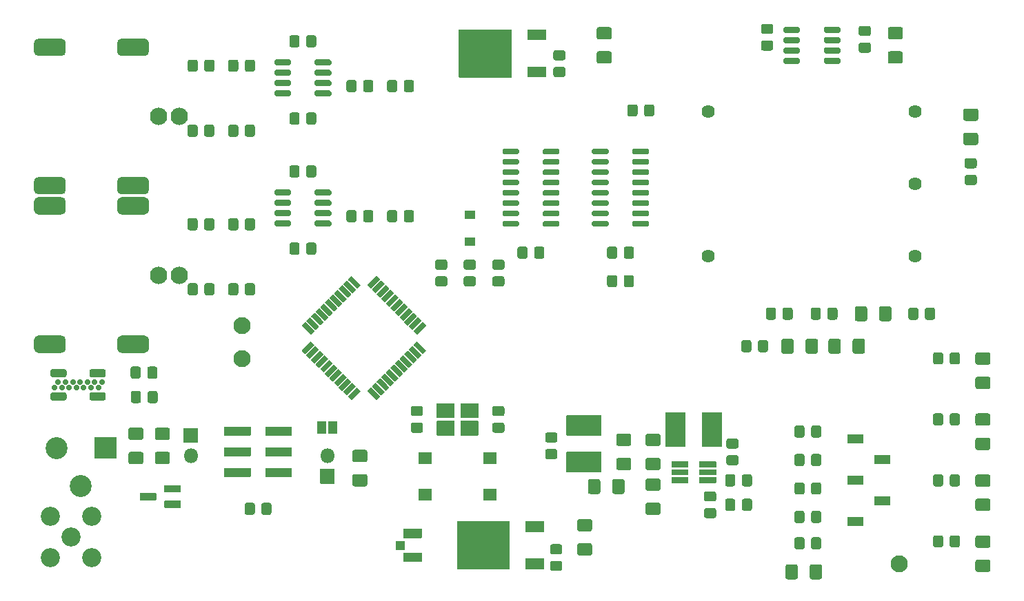
<source format=gbr>
%TF.GenerationSoftware,KiCad,Pcbnew,(5.1.9)-1*%
%TF.CreationDate,2021-04-06T10:28:05-05:00*%
%TF.ProjectId,simple-gpsdo,73696d70-6c65-42d6-9770-73646f2e6b69,C*%
%TF.SameCoordinates,Original*%
%TF.FileFunction,Soldermask,Top*%
%TF.FilePolarity,Negative*%
%FSLAX46Y46*%
G04 Gerber Fmt 4.6, Leading zero omitted, Abs format (unit mm)*
G04 Created by KiCad (PCBNEW (5.1.9)-1) date 2021-04-06 10:28:05*
%MOMM*%
%LPD*%
G01*
G04 APERTURE LIST*
%ADD10C,1.624000*%
%ADD11C,2.700000*%
%ADD12C,2.350000*%
%ADD13C,2.132000*%
%ADD14O,1.800000X1.800000*%
%ADD15C,2.100000*%
%ADD16C,0.700000*%
G04 APERTURE END LIST*
D10*
%TO.C,Y2*%
X184700000Y-106890000D03*
X184700000Y-98000000D03*
X184700000Y-89110000D03*
X159300000Y-89110000D03*
X159300000Y-106890000D03*
%TD*%
%TO.C,U3*%
G36*
G01*
X147050000Y-102770000D02*
X147050000Y-103120000D01*
G75*
G02*
X146875000Y-103295000I-175000J0D01*
G01*
X145175000Y-103295000D01*
G75*
G02*
X145000000Y-103120000I0J175000D01*
G01*
X145000000Y-102770000D01*
G75*
G02*
X145175000Y-102595000I175000J0D01*
G01*
X146875000Y-102595000D01*
G75*
G02*
X147050000Y-102770000I0J-175000D01*
G01*
G37*
G36*
G01*
X147050000Y-101500000D02*
X147050000Y-101850000D01*
G75*
G02*
X146875000Y-102025000I-175000J0D01*
G01*
X145175000Y-102025000D01*
G75*
G02*
X145000000Y-101850000I0J175000D01*
G01*
X145000000Y-101500000D01*
G75*
G02*
X145175000Y-101325000I175000J0D01*
G01*
X146875000Y-101325000D01*
G75*
G02*
X147050000Y-101500000I0J-175000D01*
G01*
G37*
G36*
G01*
X147050000Y-100230000D02*
X147050000Y-100580000D01*
G75*
G02*
X146875000Y-100755000I-175000J0D01*
G01*
X145175000Y-100755000D01*
G75*
G02*
X145000000Y-100580000I0J175000D01*
G01*
X145000000Y-100230000D01*
G75*
G02*
X145175000Y-100055000I175000J0D01*
G01*
X146875000Y-100055000D01*
G75*
G02*
X147050000Y-100230000I0J-175000D01*
G01*
G37*
G36*
G01*
X147050000Y-98960000D02*
X147050000Y-99310000D01*
G75*
G02*
X146875000Y-99485000I-175000J0D01*
G01*
X145175000Y-99485000D01*
G75*
G02*
X145000000Y-99310000I0J175000D01*
G01*
X145000000Y-98960000D01*
G75*
G02*
X145175000Y-98785000I175000J0D01*
G01*
X146875000Y-98785000D01*
G75*
G02*
X147050000Y-98960000I0J-175000D01*
G01*
G37*
G36*
G01*
X147050000Y-97690000D02*
X147050000Y-98040000D01*
G75*
G02*
X146875000Y-98215000I-175000J0D01*
G01*
X145175000Y-98215000D01*
G75*
G02*
X145000000Y-98040000I0J175000D01*
G01*
X145000000Y-97690000D01*
G75*
G02*
X145175000Y-97515000I175000J0D01*
G01*
X146875000Y-97515000D01*
G75*
G02*
X147050000Y-97690000I0J-175000D01*
G01*
G37*
G36*
G01*
X147050000Y-96420000D02*
X147050000Y-96770000D01*
G75*
G02*
X146875000Y-96945000I-175000J0D01*
G01*
X145175000Y-96945000D01*
G75*
G02*
X145000000Y-96770000I0J175000D01*
G01*
X145000000Y-96420000D01*
G75*
G02*
X145175000Y-96245000I175000J0D01*
G01*
X146875000Y-96245000D01*
G75*
G02*
X147050000Y-96420000I0J-175000D01*
G01*
G37*
G36*
G01*
X147050000Y-95150000D02*
X147050000Y-95500000D01*
G75*
G02*
X146875000Y-95675000I-175000J0D01*
G01*
X145175000Y-95675000D01*
G75*
G02*
X145000000Y-95500000I0J175000D01*
G01*
X145000000Y-95150000D01*
G75*
G02*
X145175000Y-94975000I175000J0D01*
G01*
X146875000Y-94975000D01*
G75*
G02*
X147050000Y-95150000I0J-175000D01*
G01*
G37*
G36*
G01*
X147050000Y-93880000D02*
X147050000Y-94230000D01*
G75*
G02*
X146875000Y-94405000I-175000J0D01*
G01*
X145175000Y-94405000D01*
G75*
G02*
X145000000Y-94230000I0J175000D01*
G01*
X145000000Y-93880000D01*
G75*
G02*
X145175000Y-93705000I175000J0D01*
G01*
X146875000Y-93705000D01*
G75*
G02*
X147050000Y-93880000I0J-175000D01*
G01*
G37*
G36*
G01*
X152000000Y-93880000D02*
X152000000Y-94230000D01*
G75*
G02*
X151825000Y-94405000I-175000J0D01*
G01*
X150125000Y-94405000D01*
G75*
G02*
X149950000Y-94230000I0J175000D01*
G01*
X149950000Y-93880000D01*
G75*
G02*
X150125000Y-93705000I175000J0D01*
G01*
X151825000Y-93705000D01*
G75*
G02*
X152000000Y-93880000I0J-175000D01*
G01*
G37*
G36*
G01*
X152000000Y-95150000D02*
X152000000Y-95500000D01*
G75*
G02*
X151825000Y-95675000I-175000J0D01*
G01*
X150125000Y-95675000D01*
G75*
G02*
X149950000Y-95500000I0J175000D01*
G01*
X149950000Y-95150000D01*
G75*
G02*
X150125000Y-94975000I175000J0D01*
G01*
X151825000Y-94975000D01*
G75*
G02*
X152000000Y-95150000I0J-175000D01*
G01*
G37*
G36*
G01*
X152000000Y-96420000D02*
X152000000Y-96770000D01*
G75*
G02*
X151825000Y-96945000I-175000J0D01*
G01*
X150125000Y-96945000D01*
G75*
G02*
X149950000Y-96770000I0J175000D01*
G01*
X149950000Y-96420000D01*
G75*
G02*
X150125000Y-96245000I175000J0D01*
G01*
X151825000Y-96245000D01*
G75*
G02*
X152000000Y-96420000I0J-175000D01*
G01*
G37*
G36*
G01*
X152000000Y-97690000D02*
X152000000Y-98040000D01*
G75*
G02*
X151825000Y-98215000I-175000J0D01*
G01*
X150125000Y-98215000D01*
G75*
G02*
X149950000Y-98040000I0J175000D01*
G01*
X149950000Y-97690000D01*
G75*
G02*
X150125000Y-97515000I175000J0D01*
G01*
X151825000Y-97515000D01*
G75*
G02*
X152000000Y-97690000I0J-175000D01*
G01*
G37*
G36*
G01*
X152000000Y-98960000D02*
X152000000Y-99310000D01*
G75*
G02*
X151825000Y-99485000I-175000J0D01*
G01*
X150125000Y-99485000D01*
G75*
G02*
X149950000Y-99310000I0J175000D01*
G01*
X149950000Y-98960000D01*
G75*
G02*
X150125000Y-98785000I175000J0D01*
G01*
X151825000Y-98785000D01*
G75*
G02*
X152000000Y-98960000I0J-175000D01*
G01*
G37*
G36*
G01*
X152000000Y-100230000D02*
X152000000Y-100580000D01*
G75*
G02*
X151825000Y-100755000I-175000J0D01*
G01*
X150125000Y-100755000D01*
G75*
G02*
X149950000Y-100580000I0J175000D01*
G01*
X149950000Y-100230000D01*
G75*
G02*
X150125000Y-100055000I175000J0D01*
G01*
X151825000Y-100055000D01*
G75*
G02*
X152000000Y-100230000I0J-175000D01*
G01*
G37*
G36*
G01*
X152000000Y-101500000D02*
X152000000Y-101850000D01*
G75*
G02*
X151825000Y-102025000I-175000J0D01*
G01*
X150125000Y-102025000D01*
G75*
G02*
X149950000Y-101850000I0J175000D01*
G01*
X149950000Y-101500000D01*
G75*
G02*
X150125000Y-101325000I175000J0D01*
G01*
X151825000Y-101325000D01*
G75*
G02*
X152000000Y-101500000I0J-175000D01*
G01*
G37*
G36*
G01*
X152000000Y-102770000D02*
X152000000Y-103120000D01*
G75*
G02*
X151825000Y-103295000I-175000J0D01*
G01*
X150125000Y-103295000D01*
G75*
G02*
X149950000Y-103120000I0J175000D01*
G01*
X149950000Y-102770000D01*
G75*
G02*
X150125000Y-102595000I175000J0D01*
G01*
X151825000Y-102595000D01*
G75*
G02*
X152000000Y-102770000I0J-175000D01*
G01*
G37*
%TD*%
%TO.C,C1*%
G36*
G01*
X133978262Y-126600000D02*
X133021738Y-126600000D01*
G75*
G02*
X132750000Y-126328262I0J271738D01*
G01*
X132750000Y-125621738D01*
G75*
G02*
X133021738Y-125350000I271738J0D01*
G01*
X133978262Y-125350000D01*
G75*
G02*
X134250000Y-125621738I0J-271738D01*
G01*
X134250000Y-126328262D01*
G75*
G02*
X133978262Y-126600000I-271738J0D01*
G01*
G37*
G36*
G01*
X133978262Y-128650000D02*
X133021738Y-128650000D01*
G75*
G02*
X132750000Y-128378262I0J271738D01*
G01*
X132750000Y-127671738D01*
G75*
G02*
X133021738Y-127400000I271738J0D01*
G01*
X133978262Y-127400000D01*
G75*
G02*
X134250000Y-127671738I0J-271738D01*
G01*
X134250000Y-128378262D01*
G75*
G02*
X133978262Y-128650000I-271738J0D01*
G01*
G37*
%TD*%
%TO.C,C2*%
G36*
G01*
X123978262Y-128650000D02*
X123021738Y-128650000D01*
G75*
G02*
X122750000Y-128378262I0J271738D01*
G01*
X122750000Y-127671738D01*
G75*
G02*
X123021738Y-127400000I271738J0D01*
G01*
X123978262Y-127400000D01*
G75*
G02*
X124250000Y-127671738I0J-271738D01*
G01*
X124250000Y-128378262D01*
G75*
G02*
X123978262Y-128650000I-271738J0D01*
G01*
G37*
G36*
G01*
X123978262Y-126600000D02*
X123021738Y-126600000D01*
G75*
G02*
X122750000Y-126328262I0J271738D01*
G01*
X122750000Y-125621738D01*
G75*
G02*
X123021738Y-125350000I271738J0D01*
G01*
X123978262Y-125350000D01*
G75*
G02*
X124250000Y-125621738I0J-271738D01*
G01*
X124250000Y-126328262D01*
G75*
G02*
X123978262Y-126600000I-271738J0D01*
G01*
G37*
%TD*%
%TO.C,C9*%
G36*
G01*
X150150000Y-106021738D02*
X150150000Y-106978262D01*
G75*
G02*
X149878262Y-107250000I-271738J0D01*
G01*
X149171738Y-107250000D01*
G75*
G02*
X148900000Y-106978262I0J271738D01*
G01*
X148900000Y-106021738D01*
G75*
G02*
X149171738Y-105750000I271738J0D01*
G01*
X149878262Y-105750000D01*
G75*
G02*
X150150000Y-106021738I0J-271738D01*
G01*
G37*
G36*
G01*
X148100000Y-106021738D02*
X148100000Y-106978262D01*
G75*
G02*
X147828262Y-107250000I-271738J0D01*
G01*
X147121738Y-107250000D01*
G75*
G02*
X146850000Y-106978262I0J271738D01*
G01*
X146850000Y-106021738D01*
G75*
G02*
X147121738Y-105750000I271738J0D01*
G01*
X147828262Y-105750000D01*
G75*
G02*
X148100000Y-106021738I0J-271738D01*
G01*
G37*
%TD*%
%TO.C,C10*%
G36*
G01*
X137100000Y-106021738D02*
X137100000Y-106978262D01*
G75*
G02*
X136828262Y-107250000I-271738J0D01*
G01*
X136121738Y-107250000D01*
G75*
G02*
X135850000Y-106978262I0J271738D01*
G01*
X135850000Y-106021738D01*
G75*
G02*
X136121738Y-105750000I271738J0D01*
G01*
X136828262Y-105750000D01*
G75*
G02*
X137100000Y-106021738I0J-271738D01*
G01*
G37*
G36*
G01*
X139150000Y-106021738D02*
X139150000Y-106978262D01*
G75*
G02*
X138878262Y-107250000I-271738J0D01*
G01*
X138171738Y-107250000D01*
G75*
G02*
X137900000Y-106978262I0J271738D01*
G01*
X137900000Y-106021738D01*
G75*
G02*
X138171738Y-105750000I271738J0D01*
G01*
X138878262Y-105750000D01*
G75*
G02*
X139150000Y-106021738I0J-271738D01*
G01*
G37*
%TD*%
%TO.C,C13*%
G36*
G01*
X126021738Y-109400000D02*
X126978262Y-109400000D01*
G75*
G02*
X127250000Y-109671738I0J-271738D01*
G01*
X127250000Y-110378262D01*
G75*
G02*
X126978262Y-110650000I-271738J0D01*
G01*
X126021738Y-110650000D01*
G75*
G02*
X125750000Y-110378262I0J271738D01*
G01*
X125750000Y-109671738D01*
G75*
G02*
X126021738Y-109400000I271738J0D01*
G01*
G37*
G36*
G01*
X126021738Y-107350000D02*
X126978262Y-107350000D01*
G75*
G02*
X127250000Y-107621738I0J-271738D01*
G01*
X127250000Y-108328262D01*
G75*
G02*
X126978262Y-108600000I-271738J0D01*
G01*
X126021738Y-108600000D01*
G75*
G02*
X125750000Y-108328262I0J271738D01*
G01*
X125750000Y-107621738D01*
G75*
G02*
X126021738Y-107350000I271738J0D01*
G01*
G37*
%TD*%
%TO.C,C14*%
G36*
G01*
X119850000Y-102478262D02*
X119850000Y-101521738D01*
G75*
G02*
X120121738Y-101250000I271738J0D01*
G01*
X120828262Y-101250000D01*
G75*
G02*
X121100000Y-101521738I0J-271738D01*
G01*
X121100000Y-102478262D01*
G75*
G02*
X120828262Y-102750000I-271738J0D01*
G01*
X120121738Y-102750000D01*
G75*
G02*
X119850000Y-102478262I0J271738D01*
G01*
G37*
G36*
G01*
X121900000Y-102478262D02*
X121900000Y-101521738D01*
G75*
G02*
X122171738Y-101250000I271738J0D01*
G01*
X122878262Y-101250000D01*
G75*
G02*
X123150000Y-101521738I0J-271738D01*
G01*
X123150000Y-102478262D01*
G75*
G02*
X122878262Y-102750000I-271738J0D01*
G01*
X122171738Y-102750000D01*
G75*
G02*
X121900000Y-102478262I0J271738D01*
G01*
G37*
%TD*%
%TO.C,C15*%
G36*
G01*
X121900000Y-86478262D02*
X121900000Y-85521738D01*
G75*
G02*
X122171738Y-85250000I271738J0D01*
G01*
X122878262Y-85250000D01*
G75*
G02*
X123150000Y-85521738I0J-271738D01*
G01*
X123150000Y-86478262D01*
G75*
G02*
X122878262Y-86750000I-271738J0D01*
G01*
X122171738Y-86750000D01*
G75*
G02*
X121900000Y-86478262I0J271738D01*
G01*
G37*
G36*
G01*
X119850000Y-86478262D02*
X119850000Y-85521738D01*
G75*
G02*
X120121738Y-85250000I271738J0D01*
G01*
X120828262Y-85250000D01*
G75*
G02*
X121100000Y-85521738I0J-271738D01*
G01*
X121100000Y-86478262D01*
G75*
G02*
X120828262Y-86750000I-271738J0D01*
G01*
X120121738Y-86750000D01*
G75*
G02*
X119850000Y-86478262I0J271738D01*
G01*
G37*
%TD*%
%TO.C,C16*%
G36*
G01*
X109100000Y-96021738D02*
X109100000Y-96978262D01*
G75*
G02*
X108828262Y-97250000I-271738J0D01*
G01*
X108121738Y-97250000D01*
G75*
G02*
X107850000Y-96978262I0J271738D01*
G01*
X107850000Y-96021738D01*
G75*
G02*
X108121738Y-95750000I271738J0D01*
G01*
X108828262Y-95750000D01*
G75*
G02*
X109100000Y-96021738I0J-271738D01*
G01*
G37*
G36*
G01*
X111150000Y-96021738D02*
X111150000Y-96978262D01*
G75*
G02*
X110878262Y-97250000I-271738J0D01*
G01*
X110171738Y-97250000D01*
G75*
G02*
X109900000Y-96978262I0J271738D01*
G01*
X109900000Y-96021738D01*
G75*
G02*
X110171738Y-95750000I271738J0D01*
G01*
X110878262Y-95750000D01*
G75*
G02*
X111150000Y-96021738I0J-271738D01*
G01*
G37*
%TD*%
%TO.C,C17*%
G36*
G01*
X111150000Y-80021738D02*
X111150000Y-80978262D01*
G75*
G02*
X110878262Y-81250000I-271738J0D01*
G01*
X110171738Y-81250000D01*
G75*
G02*
X109900000Y-80978262I0J271738D01*
G01*
X109900000Y-80021738D01*
G75*
G02*
X110171738Y-79750000I271738J0D01*
G01*
X110878262Y-79750000D01*
G75*
G02*
X111150000Y-80021738I0J-271738D01*
G01*
G37*
G36*
G01*
X109100000Y-80021738D02*
X109100000Y-80978262D01*
G75*
G02*
X108828262Y-81250000I-271738J0D01*
G01*
X108121738Y-81250000D01*
G75*
G02*
X107850000Y-80978262I0J271738D01*
G01*
X107850000Y-80021738D01*
G75*
G02*
X108121738Y-79750000I271738J0D01*
G01*
X108828262Y-79750000D01*
G75*
G02*
X109100000Y-80021738I0J-271738D01*
G01*
G37*
%TD*%
%TO.C,C18*%
G36*
G01*
X102375000Y-111478262D02*
X102375000Y-110521738D01*
G75*
G02*
X102646738Y-110250000I271738J0D01*
G01*
X103353262Y-110250000D01*
G75*
G02*
X103625000Y-110521738I0J-271738D01*
G01*
X103625000Y-111478262D01*
G75*
G02*
X103353262Y-111750000I-271738J0D01*
G01*
X102646738Y-111750000D01*
G75*
G02*
X102375000Y-111478262I0J271738D01*
G01*
G37*
G36*
G01*
X100325000Y-111478262D02*
X100325000Y-110521738D01*
G75*
G02*
X100596738Y-110250000I271738J0D01*
G01*
X101303262Y-110250000D01*
G75*
G02*
X101575000Y-110521738I0J-271738D01*
G01*
X101575000Y-111478262D01*
G75*
G02*
X101303262Y-111750000I-271738J0D01*
G01*
X100596738Y-111750000D01*
G75*
G02*
X100325000Y-111478262I0J271738D01*
G01*
G37*
%TD*%
%TO.C,C19*%
G36*
G01*
X100325000Y-103478262D02*
X100325000Y-102521738D01*
G75*
G02*
X100596738Y-102250000I271738J0D01*
G01*
X101303262Y-102250000D01*
G75*
G02*
X101575000Y-102521738I0J-271738D01*
G01*
X101575000Y-103478262D01*
G75*
G02*
X101303262Y-103750000I-271738J0D01*
G01*
X100596738Y-103750000D01*
G75*
G02*
X100325000Y-103478262I0J271738D01*
G01*
G37*
G36*
G01*
X102375000Y-103478262D02*
X102375000Y-102521738D01*
G75*
G02*
X102646738Y-102250000I271738J0D01*
G01*
X103353262Y-102250000D01*
G75*
G02*
X103625000Y-102521738I0J-271738D01*
G01*
X103625000Y-103478262D01*
G75*
G02*
X103353262Y-103750000I-271738J0D01*
G01*
X102646738Y-103750000D01*
G75*
G02*
X102375000Y-103478262I0J271738D01*
G01*
G37*
%TD*%
%TO.C,C20*%
G36*
G01*
X102375000Y-91978262D02*
X102375000Y-91021738D01*
G75*
G02*
X102646738Y-90750000I271738J0D01*
G01*
X103353262Y-90750000D01*
G75*
G02*
X103625000Y-91021738I0J-271738D01*
G01*
X103625000Y-91978262D01*
G75*
G02*
X103353262Y-92250000I-271738J0D01*
G01*
X102646738Y-92250000D01*
G75*
G02*
X102375000Y-91978262I0J271738D01*
G01*
G37*
G36*
G01*
X100325000Y-91978262D02*
X100325000Y-91021738D01*
G75*
G02*
X100596738Y-90750000I271738J0D01*
G01*
X101303262Y-90750000D01*
G75*
G02*
X101575000Y-91021738I0J-271738D01*
G01*
X101575000Y-91978262D01*
G75*
G02*
X101303262Y-92250000I-271738J0D01*
G01*
X100596738Y-92250000D01*
G75*
G02*
X100325000Y-91978262I0J271738D01*
G01*
G37*
%TD*%
%TO.C,C21*%
G36*
G01*
X100325000Y-83978262D02*
X100325000Y-83021738D01*
G75*
G02*
X100596738Y-82750000I271738J0D01*
G01*
X101303262Y-82750000D01*
G75*
G02*
X101575000Y-83021738I0J-271738D01*
G01*
X101575000Y-83978262D01*
G75*
G02*
X101303262Y-84250000I-271738J0D01*
G01*
X100596738Y-84250000D01*
G75*
G02*
X100325000Y-83978262I0J271738D01*
G01*
G37*
G36*
G01*
X102375000Y-83978262D02*
X102375000Y-83021738D01*
G75*
G02*
X102646738Y-82750000I271738J0D01*
G01*
X103353262Y-82750000D01*
G75*
G02*
X103625000Y-83021738I0J-271738D01*
G01*
X103625000Y-83978262D01*
G75*
G02*
X103353262Y-84250000I-271738J0D01*
G01*
X102646738Y-84250000D01*
G75*
G02*
X102375000Y-83978262I0J271738D01*
G01*
G37*
%TD*%
%TO.C,D1*%
G36*
G01*
X130600000Y-105650000D02*
X129400000Y-105650000D01*
G75*
G02*
X129350000Y-105600000I0J50000D01*
G01*
X129350000Y-104700000D01*
G75*
G02*
X129400000Y-104650000I50000J0D01*
G01*
X130600000Y-104650000D01*
G75*
G02*
X130650000Y-104700000I0J-50000D01*
G01*
X130650000Y-105600000D01*
G75*
G02*
X130600000Y-105650000I-50000J0D01*
G01*
G37*
G36*
G01*
X130600000Y-102350000D02*
X129400000Y-102350000D01*
G75*
G02*
X129350000Y-102300000I0J50000D01*
G01*
X129350000Y-101400000D01*
G75*
G02*
X129400000Y-101350000I50000J0D01*
G01*
X130600000Y-101350000D01*
G75*
G02*
X130650000Y-101400000I0J-50000D01*
G01*
X130650000Y-102300000D01*
G75*
G02*
X130600000Y-102350000I-50000J0D01*
G01*
G37*
%TD*%
%TO.C,F1*%
G36*
G01*
X88342543Y-128012500D02*
X89657457Y-128012500D01*
G75*
G02*
X89925000Y-128280043I0J-267543D01*
G01*
X89925000Y-129269957D01*
G75*
G02*
X89657457Y-129537500I-267543J0D01*
G01*
X88342543Y-129537500D01*
G75*
G02*
X88075000Y-129269957I0J267543D01*
G01*
X88075000Y-128280043D01*
G75*
G02*
X88342543Y-128012500I267543J0D01*
G01*
G37*
G36*
G01*
X88342543Y-130987500D02*
X89657457Y-130987500D01*
G75*
G02*
X89925000Y-131255043I0J-267543D01*
G01*
X89925000Y-132244957D01*
G75*
G02*
X89657457Y-132512500I-267543J0D01*
G01*
X88342543Y-132512500D01*
G75*
G02*
X88075000Y-132244957I0J267543D01*
G01*
X88075000Y-131255043D01*
G75*
G02*
X88342543Y-130987500I267543J0D01*
G01*
G37*
%TD*%
%TO.C,J2*%
G36*
G01*
X83950000Y-129150000D02*
X86550000Y-129150000D01*
G75*
G02*
X86600000Y-129200000I0J-50000D01*
G01*
X86600000Y-131800000D01*
G75*
G02*
X86550000Y-131850000I-50000J0D01*
G01*
X83950000Y-131850000D01*
G75*
G02*
X83900000Y-131800000I0J50000D01*
G01*
X83900000Y-129200000D01*
G75*
G02*
X83950000Y-129150000I50000J0D01*
G01*
G37*
D11*
X79250000Y-130500000D03*
X82250000Y-135200000D03*
%TD*%
%TO.C,J3*%
G36*
G01*
X99850000Y-128960000D02*
X99850000Y-127960000D01*
G75*
G02*
X99900000Y-127910000I50000J0D01*
G01*
X103050000Y-127910000D01*
G75*
G02*
X103100000Y-127960000I0J-50000D01*
G01*
X103100000Y-128960000D01*
G75*
G02*
X103050000Y-129010000I-50000J0D01*
G01*
X99900000Y-129010000D01*
G75*
G02*
X99850000Y-128960000I0J50000D01*
G01*
G37*
G36*
G01*
X104900000Y-128960000D02*
X104900000Y-127960000D01*
G75*
G02*
X104950000Y-127910000I50000J0D01*
G01*
X108100000Y-127910000D01*
G75*
G02*
X108150000Y-127960000I0J-50000D01*
G01*
X108150000Y-128960000D01*
G75*
G02*
X108100000Y-129010000I-50000J0D01*
G01*
X104950000Y-129010000D01*
G75*
G02*
X104900000Y-128960000I0J50000D01*
G01*
G37*
G36*
G01*
X99850000Y-131500000D02*
X99850000Y-130500000D01*
G75*
G02*
X99900000Y-130450000I50000J0D01*
G01*
X103050000Y-130450000D01*
G75*
G02*
X103100000Y-130500000I0J-50000D01*
G01*
X103100000Y-131500000D01*
G75*
G02*
X103050000Y-131550000I-50000J0D01*
G01*
X99900000Y-131550000D01*
G75*
G02*
X99850000Y-131500000I0J50000D01*
G01*
G37*
G36*
G01*
X104900000Y-131500000D02*
X104900000Y-130500000D01*
G75*
G02*
X104950000Y-130450000I50000J0D01*
G01*
X108100000Y-130450000D01*
G75*
G02*
X108150000Y-130500000I0J-50000D01*
G01*
X108150000Y-131500000D01*
G75*
G02*
X108100000Y-131550000I-50000J0D01*
G01*
X104950000Y-131550000D01*
G75*
G02*
X104900000Y-131500000I0J50000D01*
G01*
G37*
G36*
G01*
X99850000Y-134040000D02*
X99850000Y-133040000D01*
G75*
G02*
X99900000Y-132990000I50000J0D01*
G01*
X103050000Y-132990000D01*
G75*
G02*
X103100000Y-133040000I0J-50000D01*
G01*
X103100000Y-134040000D01*
G75*
G02*
X103050000Y-134090000I-50000J0D01*
G01*
X99900000Y-134090000D01*
G75*
G02*
X99850000Y-134040000I0J50000D01*
G01*
G37*
G36*
G01*
X104900000Y-134040000D02*
X104900000Y-133040000D01*
G75*
G02*
X104950000Y-132990000I50000J0D01*
G01*
X108100000Y-132990000D01*
G75*
G02*
X108150000Y-133040000I0J-50000D01*
G01*
X108150000Y-134040000D01*
G75*
G02*
X108100000Y-134090000I-50000J0D01*
G01*
X104950000Y-134090000D01*
G75*
G02*
X104900000Y-134040000I0J50000D01*
G01*
G37*
%TD*%
%TO.C,J4*%
G36*
G01*
X121825000Y-144500000D02*
X121825000Y-143450000D01*
G75*
G02*
X121875000Y-143400000I50000J0D01*
G01*
X124075000Y-143400000D01*
G75*
G02*
X124125000Y-143450000I0J-50000D01*
G01*
X124125000Y-144500000D01*
G75*
G02*
X124075000Y-144550000I-50000J0D01*
G01*
X121875000Y-144550000D01*
G75*
G02*
X121825000Y-144500000I0J50000D01*
G01*
G37*
G36*
G01*
X120875000Y-143000000D02*
X120875000Y-142000000D01*
G75*
G02*
X120925000Y-141950000I50000J0D01*
G01*
X121975000Y-141950000D01*
G75*
G02*
X122025000Y-142000000I0J-50000D01*
G01*
X122025000Y-143000000D01*
G75*
G02*
X121975000Y-143050000I-50000J0D01*
G01*
X120925000Y-143050000D01*
G75*
G02*
X120875000Y-143000000I0J50000D01*
G01*
G37*
G36*
G01*
X121825000Y-141550000D02*
X121825000Y-140500000D01*
G75*
G02*
X121875000Y-140450000I50000J0D01*
G01*
X124075000Y-140450000D01*
G75*
G02*
X124125000Y-140500000I0J-50000D01*
G01*
X124125000Y-141550000D01*
G75*
G02*
X124075000Y-141600000I-50000J0D01*
G01*
X121875000Y-141600000D01*
G75*
G02*
X121825000Y-141550000I0J50000D01*
G01*
G37*
%TD*%
D12*
%TO.C,J5*%
X83540000Y-144040000D03*
X78460000Y-144040000D03*
X78460000Y-138960000D03*
X83540000Y-138960000D03*
X81000000Y-141500000D03*
%TD*%
%TO.C,JP1*%
G36*
G01*
X112600000Y-128750000D02*
X112600000Y-127250000D01*
G75*
G02*
X112650000Y-127200000I50000J0D01*
G01*
X113650000Y-127200000D01*
G75*
G02*
X113700000Y-127250000I0J-50000D01*
G01*
X113700000Y-128750000D01*
G75*
G02*
X113650000Y-128800000I-50000J0D01*
G01*
X112650000Y-128800000D01*
G75*
G02*
X112600000Y-128750000I0J50000D01*
G01*
G37*
G36*
G01*
X111300000Y-128750000D02*
X111300000Y-127250000D01*
G75*
G02*
X111350000Y-127200000I50000J0D01*
G01*
X112350000Y-127200000D01*
G75*
G02*
X112400000Y-127250000I0J-50000D01*
G01*
X112400000Y-128750000D01*
G75*
G02*
X112350000Y-128800000I-50000J0D01*
G01*
X111350000Y-128800000D01*
G75*
G02*
X111300000Y-128750000I0J50000D01*
G01*
G37*
%TD*%
%TO.C,R1*%
G36*
G01*
X89600000Y-120771738D02*
X89600000Y-121728262D01*
G75*
G02*
X89328262Y-122000000I-271738J0D01*
G01*
X88621738Y-122000000D01*
G75*
G02*
X88350000Y-121728262I0J271738D01*
G01*
X88350000Y-120771738D01*
G75*
G02*
X88621738Y-120500000I271738J0D01*
G01*
X89328262Y-120500000D01*
G75*
G02*
X89600000Y-120771738I0J-271738D01*
G01*
G37*
G36*
G01*
X91650000Y-120771738D02*
X91650000Y-121728262D01*
G75*
G02*
X91378262Y-122000000I-271738J0D01*
G01*
X90671738Y-122000000D01*
G75*
G02*
X90400000Y-121728262I0J271738D01*
G01*
X90400000Y-120771738D01*
G75*
G02*
X90671738Y-120500000I271738J0D01*
G01*
X91378262Y-120500000D01*
G75*
G02*
X91650000Y-120771738I0J-271738D01*
G01*
G37*
%TD*%
%TO.C,R2*%
G36*
G01*
X88375000Y-124728262D02*
X88375000Y-123771738D01*
G75*
G02*
X88646738Y-123500000I271738J0D01*
G01*
X89353262Y-123500000D01*
G75*
G02*
X89625000Y-123771738I0J-271738D01*
G01*
X89625000Y-124728262D01*
G75*
G02*
X89353262Y-125000000I-271738J0D01*
G01*
X88646738Y-125000000D01*
G75*
G02*
X88375000Y-124728262I0J271738D01*
G01*
G37*
G36*
G01*
X90425000Y-124728262D02*
X90425000Y-123771738D01*
G75*
G02*
X90696738Y-123500000I271738J0D01*
G01*
X91403262Y-123500000D01*
G75*
G02*
X91675000Y-123771738I0J-271738D01*
G01*
X91675000Y-124728262D01*
G75*
G02*
X91403262Y-125000000I-271738J0D01*
G01*
X90696738Y-125000000D01*
G75*
G02*
X90425000Y-124728262I0J271738D01*
G01*
G37*
%TD*%
%TO.C,R3*%
G36*
G01*
X103600000Y-137521738D02*
X103600000Y-138478262D01*
G75*
G02*
X103328262Y-138750000I-271738J0D01*
G01*
X102621738Y-138750000D01*
G75*
G02*
X102350000Y-138478262I0J271738D01*
G01*
X102350000Y-137521738D01*
G75*
G02*
X102621738Y-137250000I271738J0D01*
G01*
X103328262Y-137250000D01*
G75*
G02*
X103600000Y-137521738I0J-271738D01*
G01*
G37*
G36*
G01*
X105650000Y-137521738D02*
X105650000Y-138478262D01*
G75*
G02*
X105378262Y-138750000I-271738J0D01*
G01*
X104671738Y-138750000D01*
G75*
G02*
X104400000Y-138478262I0J271738D01*
G01*
X104400000Y-137521738D01*
G75*
G02*
X104671738Y-137250000I271738J0D01*
G01*
X105378262Y-137250000D01*
G75*
G02*
X105650000Y-137521738I0J-271738D01*
G01*
G37*
%TD*%
%TO.C,R8*%
G36*
G01*
X188125000Y-134021738D02*
X188125000Y-134978262D01*
G75*
G02*
X187853262Y-135250000I-271738J0D01*
G01*
X187146738Y-135250000D01*
G75*
G02*
X186875000Y-134978262I0J271738D01*
G01*
X186875000Y-134021738D01*
G75*
G02*
X187146738Y-133750000I271738J0D01*
G01*
X187853262Y-133750000D01*
G75*
G02*
X188125000Y-134021738I0J-271738D01*
G01*
G37*
G36*
G01*
X190175000Y-134021738D02*
X190175000Y-134978262D01*
G75*
G02*
X189903262Y-135250000I-271738J0D01*
G01*
X189196738Y-135250000D01*
G75*
G02*
X188925000Y-134978262I0J271738D01*
G01*
X188925000Y-134021738D01*
G75*
G02*
X189196738Y-133750000I271738J0D01*
G01*
X189903262Y-133750000D01*
G75*
G02*
X190175000Y-134021738I0J-271738D01*
G01*
G37*
%TD*%
%TO.C,R9*%
G36*
G01*
X188125000Y-119021738D02*
X188125000Y-119978262D01*
G75*
G02*
X187853262Y-120250000I-271738J0D01*
G01*
X187146738Y-120250000D01*
G75*
G02*
X186875000Y-119978262I0J271738D01*
G01*
X186875000Y-119021738D01*
G75*
G02*
X187146738Y-118750000I271738J0D01*
G01*
X187853262Y-118750000D01*
G75*
G02*
X188125000Y-119021738I0J-271738D01*
G01*
G37*
G36*
G01*
X190175000Y-119021738D02*
X190175000Y-119978262D01*
G75*
G02*
X189903262Y-120250000I-271738J0D01*
G01*
X189196738Y-120250000D01*
G75*
G02*
X188925000Y-119978262I0J271738D01*
G01*
X188925000Y-119021738D01*
G75*
G02*
X189196738Y-118750000I271738J0D01*
G01*
X189903262Y-118750000D01*
G75*
G02*
X190175000Y-119021738I0J-271738D01*
G01*
G37*
%TD*%
%TO.C,R11*%
G36*
G01*
X129521738Y-107350000D02*
X130478262Y-107350000D01*
G75*
G02*
X130750000Y-107621738I0J-271738D01*
G01*
X130750000Y-108328262D01*
G75*
G02*
X130478262Y-108600000I-271738J0D01*
G01*
X129521738Y-108600000D01*
G75*
G02*
X129250000Y-108328262I0J271738D01*
G01*
X129250000Y-107621738D01*
G75*
G02*
X129521738Y-107350000I271738J0D01*
G01*
G37*
G36*
G01*
X129521738Y-109400000D02*
X130478262Y-109400000D01*
G75*
G02*
X130750000Y-109671738I0J-271738D01*
G01*
X130750000Y-110378262D01*
G75*
G02*
X130478262Y-110650000I-271738J0D01*
G01*
X129521738Y-110650000D01*
G75*
G02*
X129250000Y-110378262I0J271738D01*
G01*
X129250000Y-109671738D01*
G75*
G02*
X129521738Y-109400000I271738J0D01*
G01*
G37*
%TD*%
%TO.C,R12*%
G36*
G01*
X133978262Y-108600000D02*
X133021738Y-108600000D01*
G75*
G02*
X132750000Y-108328262I0J271738D01*
G01*
X132750000Y-107621738D01*
G75*
G02*
X133021738Y-107350000I271738J0D01*
G01*
X133978262Y-107350000D01*
G75*
G02*
X134250000Y-107621738I0J-271738D01*
G01*
X134250000Y-108328262D01*
G75*
G02*
X133978262Y-108600000I-271738J0D01*
G01*
G37*
G36*
G01*
X133978262Y-110650000D02*
X133021738Y-110650000D01*
G75*
G02*
X132750000Y-110378262I0J271738D01*
G01*
X132750000Y-109671738D01*
G75*
G02*
X133021738Y-109400000I271738J0D01*
G01*
X133978262Y-109400000D01*
G75*
G02*
X134250000Y-109671738I0J-271738D01*
G01*
X134250000Y-110378262D01*
G75*
G02*
X133978262Y-110650000I-271738J0D01*
G01*
G37*
%TD*%
%TO.C,R13*%
G36*
G01*
X188125000Y-141521738D02*
X188125000Y-142478262D01*
G75*
G02*
X187853262Y-142750000I-271738J0D01*
G01*
X187146738Y-142750000D01*
G75*
G02*
X186875000Y-142478262I0J271738D01*
G01*
X186875000Y-141521738D01*
G75*
G02*
X187146738Y-141250000I271738J0D01*
G01*
X187853262Y-141250000D01*
G75*
G02*
X188125000Y-141521738I0J-271738D01*
G01*
G37*
G36*
G01*
X190175000Y-141521738D02*
X190175000Y-142478262D01*
G75*
G02*
X189903262Y-142750000I-271738J0D01*
G01*
X189196738Y-142750000D01*
G75*
G02*
X188925000Y-142478262I0J271738D01*
G01*
X188925000Y-141521738D01*
G75*
G02*
X189196738Y-141250000I271738J0D01*
G01*
X189903262Y-141250000D01*
G75*
G02*
X190175000Y-141521738I0J-271738D01*
G01*
G37*
%TD*%
%TO.C,R14*%
G36*
G01*
X190175000Y-126521738D02*
X190175000Y-127478262D01*
G75*
G02*
X189903262Y-127750000I-271738J0D01*
G01*
X189196738Y-127750000D01*
G75*
G02*
X188925000Y-127478262I0J271738D01*
G01*
X188925000Y-126521738D01*
G75*
G02*
X189196738Y-126250000I271738J0D01*
G01*
X189903262Y-126250000D01*
G75*
G02*
X190175000Y-126521738I0J-271738D01*
G01*
G37*
G36*
G01*
X188125000Y-126521738D02*
X188125000Y-127478262D01*
G75*
G02*
X187853262Y-127750000I-271738J0D01*
G01*
X187146738Y-127750000D01*
G75*
G02*
X186875000Y-127478262I0J271738D01*
G01*
X186875000Y-126521738D01*
G75*
G02*
X187146738Y-126250000I271738J0D01*
G01*
X187853262Y-126250000D01*
G75*
G02*
X188125000Y-126521738I0J-271738D01*
G01*
G37*
%TD*%
%TO.C,R17*%
G36*
G01*
X114850000Y-102478262D02*
X114850000Y-101521738D01*
G75*
G02*
X115121738Y-101250000I271738J0D01*
G01*
X115828262Y-101250000D01*
G75*
G02*
X116100000Y-101521738I0J-271738D01*
G01*
X116100000Y-102478262D01*
G75*
G02*
X115828262Y-102750000I-271738J0D01*
G01*
X115121738Y-102750000D01*
G75*
G02*
X114850000Y-102478262I0J271738D01*
G01*
G37*
G36*
G01*
X116900000Y-102478262D02*
X116900000Y-101521738D01*
G75*
G02*
X117171738Y-101250000I271738J0D01*
G01*
X117878262Y-101250000D01*
G75*
G02*
X118150000Y-101521738I0J-271738D01*
G01*
X118150000Y-102478262D01*
G75*
G02*
X117878262Y-102750000I-271738J0D01*
G01*
X117171738Y-102750000D01*
G75*
G02*
X116900000Y-102478262I0J271738D01*
G01*
G37*
%TD*%
%TO.C,R18*%
G36*
G01*
X116900000Y-86478262D02*
X116900000Y-85521738D01*
G75*
G02*
X117171738Y-85250000I271738J0D01*
G01*
X117878262Y-85250000D01*
G75*
G02*
X118150000Y-85521738I0J-271738D01*
G01*
X118150000Y-86478262D01*
G75*
G02*
X117878262Y-86750000I-271738J0D01*
G01*
X117171738Y-86750000D01*
G75*
G02*
X116900000Y-86478262I0J271738D01*
G01*
G37*
G36*
G01*
X114850000Y-86478262D02*
X114850000Y-85521738D01*
G75*
G02*
X115121738Y-85250000I271738J0D01*
G01*
X115828262Y-85250000D01*
G75*
G02*
X116100000Y-85521738I0J-271738D01*
G01*
X116100000Y-86478262D01*
G75*
G02*
X115828262Y-86750000I-271738J0D01*
G01*
X115121738Y-86750000D01*
G75*
G02*
X114850000Y-86478262I0J271738D01*
G01*
G37*
%TD*%
%TO.C,R19*%
G36*
G01*
X109900000Y-106478262D02*
X109900000Y-105521738D01*
G75*
G02*
X110171738Y-105250000I271738J0D01*
G01*
X110878262Y-105250000D01*
G75*
G02*
X111150000Y-105521738I0J-271738D01*
G01*
X111150000Y-106478262D01*
G75*
G02*
X110878262Y-106750000I-271738J0D01*
G01*
X110171738Y-106750000D01*
G75*
G02*
X109900000Y-106478262I0J271738D01*
G01*
G37*
G36*
G01*
X107850000Y-106478262D02*
X107850000Y-105521738D01*
G75*
G02*
X108121738Y-105250000I271738J0D01*
G01*
X108828262Y-105250000D01*
G75*
G02*
X109100000Y-105521738I0J-271738D01*
G01*
X109100000Y-106478262D01*
G75*
G02*
X108828262Y-106750000I-271738J0D01*
G01*
X108121738Y-106750000D01*
G75*
G02*
X107850000Y-106478262I0J271738D01*
G01*
G37*
%TD*%
%TO.C,R20*%
G36*
G01*
X107850000Y-90478262D02*
X107850000Y-89521738D01*
G75*
G02*
X108121738Y-89250000I271738J0D01*
G01*
X108828262Y-89250000D01*
G75*
G02*
X109100000Y-89521738I0J-271738D01*
G01*
X109100000Y-90478262D01*
G75*
G02*
X108828262Y-90750000I-271738J0D01*
G01*
X108121738Y-90750000D01*
G75*
G02*
X107850000Y-90478262I0J271738D01*
G01*
G37*
G36*
G01*
X109900000Y-90478262D02*
X109900000Y-89521738D01*
G75*
G02*
X110171738Y-89250000I271738J0D01*
G01*
X110878262Y-89250000D01*
G75*
G02*
X111150000Y-89521738I0J-271738D01*
G01*
X111150000Y-90478262D01*
G75*
G02*
X110878262Y-90750000I-271738J0D01*
G01*
X110171738Y-90750000D01*
G75*
G02*
X109900000Y-90478262I0J271738D01*
G01*
G37*
%TD*%
%TO.C,R21*%
G36*
G01*
X95350000Y-111478262D02*
X95350000Y-110521738D01*
G75*
G02*
X95621738Y-110250000I271738J0D01*
G01*
X96328262Y-110250000D01*
G75*
G02*
X96600000Y-110521738I0J-271738D01*
G01*
X96600000Y-111478262D01*
G75*
G02*
X96328262Y-111750000I-271738J0D01*
G01*
X95621738Y-111750000D01*
G75*
G02*
X95350000Y-111478262I0J271738D01*
G01*
G37*
G36*
G01*
X97400000Y-111478262D02*
X97400000Y-110521738D01*
G75*
G02*
X97671738Y-110250000I271738J0D01*
G01*
X98378262Y-110250000D01*
G75*
G02*
X98650000Y-110521738I0J-271738D01*
G01*
X98650000Y-111478262D01*
G75*
G02*
X98378262Y-111750000I-271738J0D01*
G01*
X97671738Y-111750000D01*
G75*
G02*
X97400000Y-111478262I0J271738D01*
G01*
G37*
%TD*%
%TO.C,R22*%
G36*
G01*
X97375000Y-103478262D02*
X97375000Y-102521738D01*
G75*
G02*
X97646738Y-102250000I271738J0D01*
G01*
X98353262Y-102250000D01*
G75*
G02*
X98625000Y-102521738I0J-271738D01*
G01*
X98625000Y-103478262D01*
G75*
G02*
X98353262Y-103750000I-271738J0D01*
G01*
X97646738Y-103750000D01*
G75*
G02*
X97375000Y-103478262I0J271738D01*
G01*
G37*
G36*
G01*
X95325000Y-103478262D02*
X95325000Y-102521738D01*
G75*
G02*
X95596738Y-102250000I271738J0D01*
G01*
X96303262Y-102250000D01*
G75*
G02*
X96575000Y-102521738I0J-271738D01*
G01*
X96575000Y-103478262D01*
G75*
G02*
X96303262Y-103750000I-271738J0D01*
G01*
X95596738Y-103750000D01*
G75*
G02*
X95325000Y-103478262I0J271738D01*
G01*
G37*
%TD*%
%TO.C,R23*%
G36*
G01*
X95325000Y-91978262D02*
X95325000Y-91021738D01*
G75*
G02*
X95596738Y-90750000I271738J0D01*
G01*
X96303262Y-90750000D01*
G75*
G02*
X96575000Y-91021738I0J-271738D01*
G01*
X96575000Y-91978262D01*
G75*
G02*
X96303262Y-92250000I-271738J0D01*
G01*
X95596738Y-92250000D01*
G75*
G02*
X95325000Y-91978262I0J271738D01*
G01*
G37*
G36*
G01*
X97375000Y-91978262D02*
X97375000Y-91021738D01*
G75*
G02*
X97646738Y-90750000I271738J0D01*
G01*
X98353262Y-90750000D01*
G75*
G02*
X98625000Y-91021738I0J-271738D01*
G01*
X98625000Y-91978262D01*
G75*
G02*
X98353262Y-92250000I-271738J0D01*
G01*
X97646738Y-92250000D01*
G75*
G02*
X97375000Y-91978262I0J271738D01*
G01*
G37*
%TD*%
%TO.C,R24*%
G36*
G01*
X97400000Y-83978262D02*
X97400000Y-83021738D01*
G75*
G02*
X97671738Y-82750000I271738J0D01*
G01*
X98378262Y-82750000D01*
G75*
G02*
X98650000Y-83021738I0J-271738D01*
G01*
X98650000Y-83978262D01*
G75*
G02*
X98378262Y-84250000I-271738J0D01*
G01*
X97671738Y-84250000D01*
G75*
G02*
X97400000Y-83978262I0J271738D01*
G01*
G37*
G36*
G01*
X95350000Y-83978262D02*
X95350000Y-83021738D01*
G75*
G02*
X95621738Y-82750000I271738J0D01*
G01*
X96328262Y-82750000D01*
G75*
G02*
X96600000Y-83021738I0J-271738D01*
G01*
X96600000Y-83978262D01*
G75*
G02*
X96328262Y-84250000I-271738J0D01*
G01*
X95621738Y-84250000D01*
G75*
G02*
X95350000Y-83978262I0J271738D01*
G01*
G37*
%TD*%
%TO.C,SW1*%
G36*
G01*
X133305000Y-131100000D02*
X133305000Y-132400000D01*
G75*
G02*
X133255000Y-132450000I-50000J0D01*
G01*
X131705000Y-132450000D01*
G75*
G02*
X131655000Y-132400000I0J50000D01*
G01*
X131655000Y-131100000D01*
G75*
G02*
X131705000Y-131050000I50000J0D01*
G01*
X133255000Y-131050000D01*
G75*
G02*
X133305000Y-131100000I0J-50000D01*
G01*
G37*
G36*
G01*
X133305000Y-135600000D02*
X133305000Y-136900000D01*
G75*
G02*
X133255000Y-136950000I-50000J0D01*
G01*
X131705000Y-136950000D01*
G75*
G02*
X131655000Y-136900000I0J50000D01*
G01*
X131655000Y-135600000D01*
G75*
G02*
X131705000Y-135550000I50000J0D01*
G01*
X133255000Y-135550000D01*
G75*
G02*
X133305000Y-135600000I0J-50000D01*
G01*
G37*
G36*
G01*
X125345000Y-135600000D02*
X125345000Y-136900000D01*
G75*
G02*
X125295000Y-136950000I-50000J0D01*
G01*
X123745000Y-136950000D01*
G75*
G02*
X123695000Y-136900000I0J50000D01*
G01*
X123695000Y-135600000D01*
G75*
G02*
X123745000Y-135550000I50000J0D01*
G01*
X125295000Y-135550000D01*
G75*
G02*
X125345000Y-135600000I0J-50000D01*
G01*
G37*
G36*
G01*
X125345000Y-131100000D02*
X125345000Y-132400000D01*
G75*
G02*
X125295000Y-132450000I-50000J0D01*
G01*
X123745000Y-132450000D01*
G75*
G02*
X123695000Y-132400000I0J50000D01*
G01*
X123695000Y-131100000D01*
G75*
G02*
X123745000Y-131050000I50000J0D01*
G01*
X125295000Y-131050000D01*
G75*
G02*
X125345000Y-131100000I0J-50000D01*
G01*
G37*
%TD*%
%TO.C,U2*%
G36*
G01*
X109769833Y-118962221D02*
X109380925Y-118573313D01*
G75*
G02*
X109380925Y-118502603I35355J35355D01*
G01*
X110441585Y-117441943D01*
G75*
G02*
X110512295Y-117441943I35355J-35355D01*
G01*
X110901203Y-117830851D01*
G75*
G02*
X110901203Y-117901561I-35355J-35355D01*
G01*
X109840543Y-118962221D01*
G75*
G02*
X109769833Y-118962221I-35355J35355D01*
G01*
G37*
G36*
G01*
X110335519Y-119527906D02*
X109946611Y-119138998D01*
G75*
G02*
X109946611Y-119068288I35355J35355D01*
G01*
X111007271Y-118007628D01*
G75*
G02*
X111077981Y-118007628I35355J-35355D01*
G01*
X111466889Y-118396536D01*
G75*
G02*
X111466889Y-118467246I-35355J-35355D01*
G01*
X110406229Y-119527906D01*
G75*
G02*
X110335519Y-119527906I-35355J35355D01*
G01*
G37*
G36*
G01*
X110901204Y-120093591D02*
X110512296Y-119704683D01*
G75*
G02*
X110512296Y-119633973I35355J35355D01*
G01*
X111572956Y-118573313D01*
G75*
G02*
X111643666Y-118573313I35355J-35355D01*
G01*
X112032574Y-118962221D01*
G75*
G02*
X112032574Y-119032931I-35355J-35355D01*
G01*
X110971914Y-120093591D01*
G75*
G02*
X110901204Y-120093591I-35355J35355D01*
G01*
G37*
G36*
G01*
X111466889Y-120659277D02*
X111077981Y-120270369D01*
G75*
G02*
X111077981Y-120199659I35355J35355D01*
G01*
X112138641Y-119138999D01*
G75*
G02*
X112209351Y-119138999I35355J-35355D01*
G01*
X112598259Y-119527907D01*
G75*
G02*
X112598259Y-119598617I-35355J-35355D01*
G01*
X111537599Y-120659277D01*
G75*
G02*
X111466889Y-120659277I-35355J35355D01*
G01*
G37*
G36*
G01*
X112032575Y-121224962D02*
X111643667Y-120836054D01*
G75*
G02*
X111643667Y-120765344I35355J35355D01*
G01*
X112704327Y-119704684D01*
G75*
G02*
X112775037Y-119704684I35355J-35355D01*
G01*
X113163945Y-120093592D01*
G75*
G02*
X113163945Y-120164302I-35355J-35355D01*
G01*
X112103285Y-121224962D01*
G75*
G02*
X112032575Y-121224962I-35355J35355D01*
G01*
G37*
G36*
G01*
X112598260Y-121790648D02*
X112209352Y-121401740D01*
G75*
G02*
X112209352Y-121331030I35355J35355D01*
G01*
X113270012Y-120270370D01*
G75*
G02*
X113340722Y-120270370I35355J-35355D01*
G01*
X113729630Y-120659278D01*
G75*
G02*
X113729630Y-120729988I-35355J-35355D01*
G01*
X112668970Y-121790648D01*
G75*
G02*
X112598260Y-121790648I-35355J35355D01*
G01*
G37*
G36*
G01*
X113163946Y-122356333D02*
X112775038Y-121967425D01*
G75*
G02*
X112775038Y-121896715I35355J35355D01*
G01*
X113835698Y-120836055D01*
G75*
G02*
X113906408Y-120836055I35355J-35355D01*
G01*
X114295316Y-121224963D01*
G75*
G02*
X114295316Y-121295673I-35355J-35355D01*
G01*
X113234656Y-122356333D01*
G75*
G02*
X113163946Y-122356333I-35355J35355D01*
G01*
G37*
G36*
G01*
X113729631Y-122922019D02*
X113340723Y-122533111D01*
G75*
G02*
X113340723Y-122462401I35355J35355D01*
G01*
X114401383Y-121401741D01*
G75*
G02*
X114472093Y-121401741I35355J-35355D01*
G01*
X114861001Y-121790649D01*
G75*
G02*
X114861001Y-121861359I-35355J-35355D01*
G01*
X113800341Y-122922019D01*
G75*
G02*
X113729631Y-122922019I-35355J35355D01*
G01*
G37*
G36*
G01*
X114295317Y-123487704D02*
X113906409Y-123098796D01*
G75*
G02*
X113906409Y-123028086I35355J35355D01*
G01*
X114967069Y-121967426D01*
G75*
G02*
X115037779Y-121967426I35355J-35355D01*
G01*
X115426687Y-122356334D01*
G75*
G02*
X115426687Y-122427044I-35355J-35355D01*
G01*
X114366027Y-123487704D01*
G75*
G02*
X114295317Y-123487704I-35355J35355D01*
G01*
G37*
G36*
G01*
X114861002Y-124053389D02*
X114472094Y-123664481D01*
G75*
G02*
X114472094Y-123593771I35355J35355D01*
G01*
X115532754Y-122533111D01*
G75*
G02*
X115603464Y-122533111I35355J-35355D01*
G01*
X115992372Y-122922019D01*
G75*
G02*
X115992372Y-122992729I-35355J-35355D01*
G01*
X114931712Y-124053389D01*
G75*
G02*
X114861002Y-124053389I-35355J35355D01*
G01*
G37*
G36*
G01*
X115426687Y-124619075D02*
X115037779Y-124230167D01*
G75*
G02*
X115037779Y-124159457I35355J35355D01*
G01*
X116098439Y-123098797D01*
G75*
G02*
X116169149Y-123098797I35355J-35355D01*
G01*
X116558057Y-123487705D01*
G75*
G02*
X116558057Y-123558415I-35355J-35355D01*
G01*
X115497397Y-124619075D01*
G75*
G02*
X115426687Y-124619075I-35355J35355D01*
G01*
G37*
G36*
G01*
X118962221Y-124230167D02*
X118573313Y-124619075D01*
G75*
G02*
X118502603Y-124619075I-35355J35355D01*
G01*
X117441943Y-123558415D01*
G75*
G02*
X117441943Y-123487705I35355J35355D01*
G01*
X117830851Y-123098797D01*
G75*
G02*
X117901561Y-123098797I35355J-35355D01*
G01*
X118962221Y-124159457D01*
G75*
G02*
X118962221Y-124230167I-35355J-35355D01*
G01*
G37*
G36*
G01*
X119527906Y-123664481D02*
X119138998Y-124053389D01*
G75*
G02*
X119068288Y-124053389I-35355J35355D01*
G01*
X118007628Y-122992729D01*
G75*
G02*
X118007628Y-122922019I35355J35355D01*
G01*
X118396536Y-122533111D01*
G75*
G02*
X118467246Y-122533111I35355J-35355D01*
G01*
X119527906Y-123593771D01*
G75*
G02*
X119527906Y-123664481I-35355J-35355D01*
G01*
G37*
G36*
G01*
X120093591Y-123098796D02*
X119704683Y-123487704D01*
G75*
G02*
X119633973Y-123487704I-35355J35355D01*
G01*
X118573313Y-122427044D01*
G75*
G02*
X118573313Y-122356334I35355J35355D01*
G01*
X118962221Y-121967426D01*
G75*
G02*
X119032931Y-121967426I35355J-35355D01*
G01*
X120093591Y-123028086D01*
G75*
G02*
X120093591Y-123098796I-35355J-35355D01*
G01*
G37*
G36*
G01*
X120659277Y-122533111D02*
X120270369Y-122922019D01*
G75*
G02*
X120199659Y-122922019I-35355J35355D01*
G01*
X119138999Y-121861359D01*
G75*
G02*
X119138999Y-121790649I35355J35355D01*
G01*
X119527907Y-121401741D01*
G75*
G02*
X119598617Y-121401741I35355J-35355D01*
G01*
X120659277Y-122462401D01*
G75*
G02*
X120659277Y-122533111I-35355J-35355D01*
G01*
G37*
G36*
G01*
X121224962Y-121967425D02*
X120836054Y-122356333D01*
G75*
G02*
X120765344Y-122356333I-35355J35355D01*
G01*
X119704684Y-121295673D01*
G75*
G02*
X119704684Y-121224963I35355J35355D01*
G01*
X120093592Y-120836055D01*
G75*
G02*
X120164302Y-120836055I35355J-35355D01*
G01*
X121224962Y-121896715D01*
G75*
G02*
X121224962Y-121967425I-35355J-35355D01*
G01*
G37*
G36*
G01*
X121790648Y-121401740D02*
X121401740Y-121790648D01*
G75*
G02*
X121331030Y-121790648I-35355J35355D01*
G01*
X120270370Y-120729988D01*
G75*
G02*
X120270370Y-120659278I35355J35355D01*
G01*
X120659278Y-120270370D01*
G75*
G02*
X120729988Y-120270370I35355J-35355D01*
G01*
X121790648Y-121331030D01*
G75*
G02*
X121790648Y-121401740I-35355J-35355D01*
G01*
G37*
G36*
G01*
X122356333Y-120836054D02*
X121967425Y-121224962D01*
G75*
G02*
X121896715Y-121224962I-35355J35355D01*
G01*
X120836055Y-120164302D01*
G75*
G02*
X120836055Y-120093592I35355J35355D01*
G01*
X121224963Y-119704684D01*
G75*
G02*
X121295673Y-119704684I35355J-35355D01*
G01*
X122356333Y-120765344D01*
G75*
G02*
X122356333Y-120836054I-35355J-35355D01*
G01*
G37*
G36*
G01*
X122922019Y-120270369D02*
X122533111Y-120659277D01*
G75*
G02*
X122462401Y-120659277I-35355J35355D01*
G01*
X121401741Y-119598617D01*
G75*
G02*
X121401741Y-119527907I35355J35355D01*
G01*
X121790649Y-119138999D01*
G75*
G02*
X121861359Y-119138999I35355J-35355D01*
G01*
X122922019Y-120199659D01*
G75*
G02*
X122922019Y-120270369I-35355J-35355D01*
G01*
G37*
G36*
G01*
X123487704Y-119704683D02*
X123098796Y-120093591D01*
G75*
G02*
X123028086Y-120093591I-35355J35355D01*
G01*
X121967426Y-119032931D01*
G75*
G02*
X121967426Y-118962221I35355J35355D01*
G01*
X122356334Y-118573313D01*
G75*
G02*
X122427044Y-118573313I35355J-35355D01*
G01*
X123487704Y-119633973D01*
G75*
G02*
X123487704Y-119704683I-35355J-35355D01*
G01*
G37*
G36*
G01*
X124053389Y-119138998D02*
X123664481Y-119527906D01*
G75*
G02*
X123593771Y-119527906I-35355J35355D01*
G01*
X122533111Y-118467246D01*
G75*
G02*
X122533111Y-118396536I35355J35355D01*
G01*
X122922019Y-118007628D01*
G75*
G02*
X122992729Y-118007628I35355J-35355D01*
G01*
X124053389Y-119068288D01*
G75*
G02*
X124053389Y-119138998I-35355J-35355D01*
G01*
G37*
G36*
G01*
X124619075Y-118573313D02*
X124230167Y-118962221D01*
G75*
G02*
X124159457Y-118962221I-35355J35355D01*
G01*
X123098797Y-117901561D01*
G75*
G02*
X123098797Y-117830851I35355J35355D01*
G01*
X123487705Y-117441943D01*
G75*
G02*
X123558415Y-117441943I35355J-35355D01*
G01*
X124619075Y-118502603D01*
G75*
G02*
X124619075Y-118573313I-35355J-35355D01*
G01*
G37*
G36*
G01*
X123487705Y-116558057D02*
X123098797Y-116169149D01*
G75*
G02*
X123098797Y-116098439I35355J35355D01*
G01*
X124159457Y-115037779D01*
G75*
G02*
X124230167Y-115037779I35355J-35355D01*
G01*
X124619075Y-115426687D01*
G75*
G02*
X124619075Y-115497397I-35355J-35355D01*
G01*
X123558415Y-116558057D01*
G75*
G02*
X123487705Y-116558057I-35355J35355D01*
G01*
G37*
G36*
G01*
X122922019Y-115992372D02*
X122533111Y-115603464D01*
G75*
G02*
X122533111Y-115532754I35355J35355D01*
G01*
X123593771Y-114472094D01*
G75*
G02*
X123664481Y-114472094I35355J-35355D01*
G01*
X124053389Y-114861002D01*
G75*
G02*
X124053389Y-114931712I-35355J-35355D01*
G01*
X122992729Y-115992372D01*
G75*
G02*
X122922019Y-115992372I-35355J35355D01*
G01*
G37*
G36*
G01*
X122356334Y-115426687D02*
X121967426Y-115037779D01*
G75*
G02*
X121967426Y-114967069I35355J35355D01*
G01*
X123028086Y-113906409D01*
G75*
G02*
X123098796Y-113906409I35355J-35355D01*
G01*
X123487704Y-114295317D01*
G75*
G02*
X123487704Y-114366027I-35355J-35355D01*
G01*
X122427044Y-115426687D01*
G75*
G02*
X122356334Y-115426687I-35355J35355D01*
G01*
G37*
G36*
G01*
X121790649Y-114861001D02*
X121401741Y-114472093D01*
G75*
G02*
X121401741Y-114401383I35355J35355D01*
G01*
X122462401Y-113340723D01*
G75*
G02*
X122533111Y-113340723I35355J-35355D01*
G01*
X122922019Y-113729631D01*
G75*
G02*
X122922019Y-113800341I-35355J-35355D01*
G01*
X121861359Y-114861001D01*
G75*
G02*
X121790649Y-114861001I-35355J35355D01*
G01*
G37*
G36*
G01*
X121224963Y-114295316D02*
X120836055Y-113906408D01*
G75*
G02*
X120836055Y-113835698I35355J35355D01*
G01*
X121896715Y-112775038D01*
G75*
G02*
X121967425Y-112775038I35355J-35355D01*
G01*
X122356333Y-113163946D01*
G75*
G02*
X122356333Y-113234656I-35355J-35355D01*
G01*
X121295673Y-114295316D01*
G75*
G02*
X121224963Y-114295316I-35355J35355D01*
G01*
G37*
G36*
G01*
X120659278Y-113729630D02*
X120270370Y-113340722D01*
G75*
G02*
X120270370Y-113270012I35355J35355D01*
G01*
X121331030Y-112209352D01*
G75*
G02*
X121401740Y-112209352I35355J-35355D01*
G01*
X121790648Y-112598260D01*
G75*
G02*
X121790648Y-112668970I-35355J-35355D01*
G01*
X120729988Y-113729630D01*
G75*
G02*
X120659278Y-113729630I-35355J35355D01*
G01*
G37*
G36*
G01*
X120093592Y-113163945D02*
X119704684Y-112775037D01*
G75*
G02*
X119704684Y-112704327I35355J35355D01*
G01*
X120765344Y-111643667D01*
G75*
G02*
X120836054Y-111643667I35355J-35355D01*
G01*
X121224962Y-112032575D01*
G75*
G02*
X121224962Y-112103285I-35355J-35355D01*
G01*
X120164302Y-113163945D01*
G75*
G02*
X120093592Y-113163945I-35355J35355D01*
G01*
G37*
G36*
G01*
X119527907Y-112598259D02*
X119138999Y-112209351D01*
G75*
G02*
X119138999Y-112138641I35355J35355D01*
G01*
X120199659Y-111077981D01*
G75*
G02*
X120270369Y-111077981I35355J-35355D01*
G01*
X120659277Y-111466889D01*
G75*
G02*
X120659277Y-111537599I-35355J-35355D01*
G01*
X119598617Y-112598259D01*
G75*
G02*
X119527907Y-112598259I-35355J35355D01*
G01*
G37*
G36*
G01*
X118962221Y-112032574D02*
X118573313Y-111643666D01*
G75*
G02*
X118573313Y-111572956I35355J35355D01*
G01*
X119633973Y-110512296D01*
G75*
G02*
X119704683Y-110512296I35355J-35355D01*
G01*
X120093591Y-110901204D01*
G75*
G02*
X120093591Y-110971914I-35355J-35355D01*
G01*
X119032931Y-112032574D01*
G75*
G02*
X118962221Y-112032574I-35355J35355D01*
G01*
G37*
G36*
G01*
X118396536Y-111466889D02*
X118007628Y-111077981D01*
G75*
G02*
X118007628Y-111007271I35355J35355D01*
G01*
X119068288Y-109946611D01*
G75*
G02*
X119138998Y-109946611I35355J-35355D01*
G01*
X119527906Y-110335519D01*
G75*
G02*
X119527906Y-110406229I-35355J-35355D01*
G01*
X118467246Y-111466889D01*
G75*
G02*
X118396536Y-111466889I-35355J35355D01*
G01*
G37*
G36*
G01*
X117830851Y-110901203D02*
X117441943Y-110512295D01*
G75*
G02*
X117441943Y-110441585I35355J35355D01*
G01*
X118502603Y-109380925D01*
G75*
G02*
X118573313Y-109380925I35355J-35355D01*
G01*
X118962221Y-109769833D01*
G75*
G02*
X118962221Y-109840543I-35355J-35355D01*
G01*
X117901561Y-110901203D01*
G75*
G02*
X117830851Y-110901203I-35355J35355D01*
G01*
G37*
G36*
G01*
X116558057Y-110512295D02*
X116169149Y-110901203D01*
G75*
G02*
X116098439Y-110901203I-35355J35355D01*
G01*
X115037779Y-109840543D01*
G75*
G02*
X115037779Y-109769833I35355J35355D01*
G01*
X115426687Y-109380925D01*
G75*
G02*
X115497397Y-109380925I35355J-35355D01*
G01*
X116558057Y-110441585D01*
G75*
G02*
X116558057Y-110512295I-35355J-35355D01*
G01*
G37*
G36*
G01*
X115992372Y-111077981D02*
X115603464Y-111466889D01*
G75*
G02*
X115532754Y-111466889I-35355J35355D01*
G01*
X114472094Y-110406229D01*
G75*
G02*
X114472094Y-110335519I35355J35355D01*
G01*
X114861002Y-109946611D01*
G75*
G02*
X114931712Y-109946611I35355J-35355D01*
G01*
X115992372Y-111007271D01*
G75*
G02*
X115992372Y-111077981I-35355J-35355D01*
G01*
G37*
G36*
G01*
X115426687Y-111643666D02*
X115037779Y-112032574D01*
G75*
G02*
X114967069Y-112032574I-35355J35355D01*
G01*
X113906409Y-110971914D01*
G75*
G02*
X113906409Y-110901204I35355J35355D01*
G01*
X114295317Y-110512296D01*
G75*
G02*
X114366027Y-110512296I35355J-35355D01*
G01*
X115426687Y-111572956D01*
G75*
G02*
X115426687Y-111643666I-35355J-35355D01*
G01*
G37*
G36*
G01*
X114861001Y-112209351D02*
X114472093Y-112598259D01*
G75*
G02*
X114401383Y-112598259I-35355J35355D01*
G01*
X113340723Y-111537599D01*
G75*
G02*
X113340723Y-111466889I35355J35355D01*
G01*
X113729631Y-111077981D01*
G75*
G02*
X113800341Y-111077981I35355J-35355D01*
G01*
X114861001Y-112138641D01*
G75*
G02*
X114861001Y-112209351I-35355J-35355D01*
G01*
G37*
G36*
G01*
X114295316Y-112775037D02*
X113906408Y-113163945D01*
G75*
G02*
X113835698Y-113163945I-35355J35355D01*
G01*
X112775038Y-112103285D01*
G75*
G02*
X112775038Y-112032575I35355J35355D01*
G01*
X113163946Y-111643667D01*
G75*
G02*
X113234656Y-111643667I35355J-35355D01*
G01*
X114295316Y-112704327D01*
G75*
G02*
X114295316Y-112775037I-35355J-35355D01*
G01*
G37*
G36*
G01*
X113729630Y-113340722D02*
X113340722Y-113729630D01*
G75*
G02*
X113270012Y-113729630I-35355J35355D01*
G01*
X112209352Y-112668970D01*
G75*
G02*
X112209352Y-112598260I35355J35355D01*
G01*
X112598260Y-112209352D01*
G75*
G02*
X112668970Y-112209352I35355J-35355D01*
G01*
X113729630Y-113270012D01*
G75*
G02*
X113729630Y-113340722I-35355J-35355D01*
G01*
G37*
G36*
G01*
X113163945Y-113906408D02*
X112775037Y-114295316D01*
G75*
G02*
X112704327Y-114295316I-35355J35355D01*
G01*
X111643667Y-113234656D01*
G75*
G02*
X111643667Y-113163946I35355J35355D01*
G01*
X112032575Y-112775038D01*
G75*
G02*
X112103285Y-112775038I35355J-35355D01*
G01*
X113163945Y-113835698D01*
G75*
G02*
X113163945Y-113906408I-35355J-35355D01*
G01*
G37*
G36*
G01*
X112598259Y-114472093D02*
X112209351Y-114861001D01*
G75*
G02*
X112138641Y-114861001I-35355J35355D01*
G01*
X111077981Y-113800341D01*
G75*
G02*
X111077981Y-113729631I35355J35355D01*
G01*
X111466889Y-113340723D01*
G75*
G02*
X111537599Y-113340723I35355J-35355D01*
G01*
X112598259Y-114401383D01*
G75*
G02*
X112598259Y-114472093I-35355J-35355D01*
G01*
G37*
G36*
G01*
X112032574Y-115037779D02*
X111643666Y-115426687D01*
G75*
G02*
X111572956Y-115426687I-35355J35355D01*
G01*
X110512296Y-114366027D01*
G75*
G02*
X110512296Y-114295317I35355J35355D01*
G01*
X110901204Y-113906409D01*
G75*
G02*
X110971914Y-113906409I35355J-35355D01*
G01*
X112032574Y-114967069D01*
G75*
G02*
X112032574Y-115037779I-35355J-35355D01*
G01*
G37*
G36*
G01*
X111466889Y-115603464D02*
X111077981Y-115992372D01*
G75*
G02*
X111007271Y-115992372I-35355J35355D01*
G01*
X109946611Y-114931712D01*
G75*
G02*
X109946611Y-114861002I35355J35355D01*
G01*
X110335519Y-114472094D01*
G75*
G02*
X110406229Y-114472094I35355J-35355D01*
G01*
X111466889Y-115532754D01*
G75*
G02*
X111466889Y-115603464I-35355J-35355D01*
G01*
G37*
G36*
G01*
X110901203Y-116169149D02*
X110512295Y-116558057D01*
G75*
G02*
X110441585Y-116558057I-35355J35355D01*
G01*
X109380925Y-115497397D01*
G75*
G02*
X109380925Y-115426687I35355J35355D01*
G01*
X109769833Y-115037779D01*
G75*
G02*
X109840543Y-115037779I35355J-35355D01*
G01*
X110901203Y-116098439D01*
G75*
G02*
X110901203Y-116169149I-35355J-35355D01*
G01*
G37*
%TD*%
%TO.C,U4*%
G36*
G01*
X141000000Y-102770000D02*
X141000000Y-103120000D01*
G75*
G02*
X140825000Y-103295000I-175000J0D01*
G01*
X139125000Y-103295000D01*
G75*
G02*
X138950000Y-103120000I0J175000D01*
G01*
X138950000Y-102770000D01*
G75*
G02*
X139125000Y-102595000I175000J0D01*
G01*
X140825000Y-102595000D01*
G75*
G02*
X141000000Y-102770000I0J-175000D01*
G01*
G37*
G36*
G01*
X141000000Y-101500000D02*
X141000000Y-101850000D01*
G75*
G02*
X140825000Y-102025000I-175000J0D01*
G01*
X139125000Y-102025000D01*
G75*
G02*
X138950000Y-101850000I0J175000D01*
G01*
X138950000Y-101500000D01*
G75*
G02*
X139125000Y-101325000I175000J0D01*
G01*
X140825000Y-101325000D01*
G75*
G02*
X141000000Y-101500000I0J-175000D01*
G01*
G37*
G36*
G01*
X141000000Y-100230000D02*
X141000000Y-100580000D01*
G75*
G02*
X140825000Y-100755000I-175000J0D01*
G01*
X139125000Y-100755000D01*
G75*
G02*
X138950000Y-100580000I0J175000D01*
G01*
X138950000Y-100230000D01*
G75*
G02*
X139125000Y-100055000I175000J0D01*
G01*
X140825000Y-100055000D01*
G75*
G02*
X141000000Y-100230000I0J-175000D01*
G01*
G37*
G36*
G01*
X141000000Y-98960000D02*
X141000000Y-99310000D01*
G75*
G02*
X140825000Y-99485000I-175000J0D01*
G01*
X139125000Y-99485000D01*
G75*
G02*
X138950000Y-99310000I0J175000D01*
G01*
X138950000Y-98960000D01*
G75*
G02*
X139125000Y-98785000I175000J0D01*
G01*
X140825000Y-98785000D01*
G75*
G02*
X141000000Y-98960000I0J-175000D01*
G01*
G37*
G36*
G01*
X141000000Y-97690000D02*
X141000000Y-98040000D01*
G75*
G02*
X140825000Y-98215000I-175000J0D01*
G01*
X139125000Y-98215000D01*
G75*
G02*
X138950000Y-98040000I0J175000D01*
G01*
X138950000Y-97690000D01*
G75*
G02*
X139125000Y-97515000I175000J0D01*
G01*
X140825000Y-97515000D01*
G75*
G02*
X141000000Y-97690000I0J-175000D01*
G01*
G37*
G36*
G01*
X141000000Y-96420000D02*
X141000000Y-96770000D01*
G75*
G02*
X140825000Y-96945000I-175000J0D01*
G01*
X139125000Y-96945000D01*
G75*
G02*
X138950000Y-96770000I0J175000D01*
G01*
X138950000Y-96420000D01*
G75*
G02*
X139125000Y-96245000I175000J0D01*
G01*
X140825000Y-96245000D01*
G75*
G02*
X141000000Y-96420000I0J-175000D01*
G01*
G37*
G36*
G01*
X141000000Y-95150000D02*
X141000000Y-95500000D01*
G75*
G02*
X140825000Y-95675000I-175000J0D01*
G01*
X139125000Y-95675000D01*
G75*
G02*
X138950000Y-95500000I0J175000D01*
G01*
X138950000Y-95150000D01*
G75*
G02*
X139125000Y-94975000I175000J0D01*
G01*
X140825000Y-94975000D01*
G75*
G02*
X141000000Y-95150000I0J-175000D01*
G01*
G37*
G36*
G01*
X141000000Y-93880000D02*
X141000000Y-94230000D01*
G75*
G02*
X140825000Y-94405000I-175000J0D01*
G01*
X139125000Y-94405000D01*
G75*
G02*
X138950000Y-94230000I0J175000D01*
G01*
X138950000Y-93880000D01*
G75*
G02*
X139125000Y-93705000I175000J0D01*
G01*
X140825000Y-93705000D01*
G75*
G02*
X141000000Y-93880000I0J-175000D01*
G01*
G37*
G36*
G01*
X136050000Y-93880000D02*
X136050000Y-94230000D01*
G75*
G02*
X135875000Y-94405000I-175000J0D01*
G01*
X134175000Y-94405000D01*
G75*
G02*
X134000000Y-94230000I0J175000D01*
G01*
X134000000Y-93880000D01*
G75*
G02*
X134175000Y-93705000I175000J0D01*
G01*
X135875000Y-93705000D01*
G75*
G02*
X136050000Y-93880000I0J-175000D01*
G01*
G37*
G36*
G01*
X136050000Y-95150000D02*
X136050000Y-95500000D01*
G75*
G02*
X135875000Y-95675000I-175000J0D01*
G01*
X134175000Y-95675000D01*
G75*
G02*
X134000000Y-95500000I0J175000D01*
G01*
X134000000Y-95150000D01*
G75*
G02*
X134175000Y-94975000I175000J0D01*
G01*
X135875000Y-94975000D01*
G75*
G02*
X136050000Y-95150000I0J-175000D01*
G01*
G37*
G36*
G01*
X136050000Y-96420000D02*
X136050000Y-96770000D01*
G75*
G02*
X135875000Y-96945000I-175000J0D01*
G01*
X134175000Y-96945000D01*
G75*
G02*
X134000000Y-96770000I0J175000D01*
G01*
X134000000Y-96420000D01*
G75*
G02*
X134175000Y-96245000I175000J0D01*
G01*
X135875000Y-96245000D01*
G75*
G02*
X136050000Y-96420000I0J-175000D01*
G01*
G37*
G36*
G01*
X136050000Y-97690000D02*
X136050000Y-98040000D01*
G75*
G02*
X135875000Y-98215000I-175000J0D01*
G01*
X134175000Y-98215000D01*
G75*
G02*
X134000000Y-98040000I0J175000D01*
G01*
X134000000Y-97690000D01*
G75*
G02*
X134175000Y-97515000I175000J0D01*
G01*
X135875000Y-97515000D01*
G75*
G02*
X136050000Y-97690000I0J-175000D01*
G01*
G37*
G36*
G01*
X136050000Y-98960000D02*
X136050000Y-99310000D01*
G75*
G02*
X135875000Y-99485000I-175000J0D01*
G01*
X134175000Y-99485000D01*
G75*
G02*
X134000000Y-99310000I0J175000D01*
G01*
X134000000Y-98960000D01*
G75*
G02*
X134175000Y-98785000I175000J0D01*
G01*
X135875000Y-98785000D01*
G75*
G02*
X136050000Y-98960000I0J-175000D01*
G01*
G37*
G36*
G01*
X136050000Y-100230000D02*
X136050000Y-100580000D01*
G75*
G02*
X135875000Y-100755000I-175000J0D01*
G01*
X134175000Y-100755000D01*
G75*
G02*
X134000000Y-100580000I0J175000D01*
G01*
X134000000Y-100230000D01*
G75*
G02*
X134175000Y-100055000I175000J0D01*
G01*
X135875000Y-100055000D01*
G75*
G02*
X136050000Y-100230000I0J-175000D01*
G01*
G37*
G36*
G01*
X136050000Y-101500000D02*
X136050000Y-101850000D01*
G75*
G02*
X135875000Y-102025000I-175000J0D01*
G01*
X134175000Y-102025000D01*
G75*
G02*
X134000000Y-101850000I0J175000D01*
G01*
X134000000Y-101500000D01*
G75*
G02*
X134175000Y-101325000I175000J0D01*
G01*
X135875000Y-101325000D01*
G75*
G02*
X136050000Y-101500000I0J-175000D01*
G01*
G37*
G36*
G01*
X136050000Y-102770000D02*
X136050000Y-103120000D01*
G75*
G02*
X135875000Y-103295000I-175000J0D01*
G01*
X134175000Y-103295000D01*
G75*
G02*
X134000000Y-103120000I0J175000D01*
G01*
X134000000Y-102770000D01*
G75*
G02*
X134175000Y-102595000I175000J0D01*
G01*
X135875000Y-102595000D01*
G75*
G02*
X136050000Y-102770000I0J-175000D01*
G01*
G37*
%TD*%
%TO.C,U6*%
G36*
G01*
X113000000Y-102730000D02*
X113000000Y-103080000D01*
G75*
G02*
X112825000Y-103255000I-175000J0D01*
G01*
X111125000Y-103255000D01*
G75*
G02*
X110950000Y-103080000I0J175000D01*
G01*
X110950000Y-102730000D01*
G75*
G02*
X111125000Y-102555000I175000J0D01*
G01*
X112825000Y-102555000D01*
G75*
G02*
X113000000Y-102730000I0J-175000D01*
G01*
G37*
G36*
G01*
X113000000Y-101460000D02*
X113000000Y-101810000D01*
G75*
G02*
X112825000Y-101985000I-175000J0D01*
G01*
X111125000Y-101985000D01*
G75*
G02*
X110950000Y-101810000I0J175000D01*
G01*
X110950000Y-101460000D01*
G75*
G02*
X111125000Y-101285000I175000J0D01*
G01*
X112825000Y-101285000D01*
G75*
G02*
X113000000Y-101460000I0J-175000D01*
G01*
G37*
G36*
G01*
X113000000Y-100190000D02*
X113000000Y-100540000D01*
G75*
G02*
X112825000Y-100715000I-175000J0D01*
G01*
X111125000Y-100715000D01*
G75*
G02*
X110950000Y-100540000I0J175000D01*
G01*
X110950000Y-100190000D01*
G75*
G02*
X111125000Y-100015000I175000J0D01*
G01*
X112825000Y-100015000D01*
G75*
G02*
X113000000Y-100190000I0J-175000D01*
G01*
G37*
G36*
G01*
X113000000Y-98920000D02*
X113000000Y-99270000D01*
G75*
G02*
X112825000Y-99445000I-175000J0D01*
G01*
X111125000Y-99445000D01*
G75*
G02*
X110950000Y-99270000I0J175000D01*
G01*
X110950000Y-98920000D01*
G75*
G02*
X111125000Y-98745000I175000J0D01*
G01*
X112825000Y-98745000D01*
G75*
G02*
X113000000Y-98920000I0J-175000D01*
G01*
G37*
G36*
G01*
X108050000Y-98920000D02*
X108050000Y-99270000D01*
G75*
G02*
X107875000Y-99445000I-175000J0D01*
G01*
X106175000Y-99445000D01*
G75*
G02*
X106000000Y-99270000I0J175000D01*
G01*
X106000000Y-98920000D01*
G75*
G02*
X106175000Y-98745000I175000J0D01*
G01*
X107875000Y-98745000D01*
G75*
G02*
X108050000Y-98920000I0J-175000D01*
G01*
G37*
G36*
G01*
X108050000Y-100190000D02*
X108050000Y-100540000D01*
G75*
G02*
X107875000Y-100715000I-175000J0D01*
G01*
X106175000Y-100715000D01*
G75*
G02*
X106000000Y-100540000I0J175000D01*
G01*
X106000000Y-100190000D01*
G75*
G02*
X106175000Y-100015000I175000J0D01*
G01*
X107875000Y-100015000D01*
G75*
G02*
X108050000Y-100190000I0J-175000D01*
G01*
G37*
G36*
G01*
X108050000Y-101460000D02*
X108050000Y-101810000D01*
G75*
G02*
X107875000Y-101985000I-175000J0D01*
G01*
X106175000Y-101985000D01*
G75*
G02*
X106000000Y-101810000I0J175000D01*
G01*
X106000000Y-101460000D01*
G75*
G02*
X106175000Y-101285000I175000J0D01*
G01*
X107875000Y-101285000D01*
G75*
G02*
X108050000Y-101460000I0J-175000D01*
G01*
G37*
G36*
G01*
X108050000Y-102730000D02*
X108050000Y-103080000D01*
G75*
G02*
X107875000Y-103255000I-175000J0D01*
G01*
X106175000Y-103255000D01*
G75*
G02*
X106000000Y-103080000I0J175000D01*
G01*
X106000000Y-102730000D01*
G75*
G02*
X106175000Y-102555000I175000J0D01*
G01*
X107875000Y-102555000D01*
G75*
G02*
X108050000Y-102730000I0J-175000D01*
G01*
G37*
%TD*%
%TO.C,U7*%
G36*
G01*
X108050000Y-86730000D02*
X108050000Y-87080000D01*
G75*
G02*
X107875000Y-87255000I-175000J0D01*
G01*
X106175000Y-87255000D01*
G75*
G02*
X106000000Y-87080000I0J175000D01*
G01*
X106000000Y-86730000D01*
G75*
G02*
X106175000Y-86555000I175000J0D01*
G01*
X107875000Y-86555000D01*
G75*
G02*
X108050000Y-86730000I0J-175000D01*
G01*
G37*
G36*
G01*
X108050000Y-85460000D02*
X108050000Y-85810000D01*
G75*
G02*
X107875000Y-85985000I-175000J0D01*
G01*
X106175000Y-85985000D01*
G75*
G02*
X106000000Y-85810000I0J175000D01*
G01*
X106000000Y-85460000D01*
G75*
G02*
X106175000Y-85285000I175000J0D01*
G01*
X107875000Y-85285000D01*
G75*
G02*
X108050000Y-85460000I0J-175000D01*
G01*
G37*
G36*
G01*
X108050000Y-84190000D02*
X108050000Y-84540000D01*
G75*
G02*
X107875000Y-84715000I-175000J0D01*
G01*
X106175000Y-84715000D01*
G75*
G02*
X106000000Y-84540000I0J175000D01*
G01*
X106000000Y-84190000D01*
G75*
G02*
X106175000Y-84015000I175000J0D01*
G01*
X107875000Y-84015000D01*
G75*
G02*
X108050000Y-84190000I0J-175000D01*
G01*
G37*
G36*
G01*
X108050000Y-82920000D02*
X108050000Y-83270000D01*
G75*
G02*
X107875000Y-83445000I-175000J0D01*
G01*
X106175000Y-83445000D01*
G75*
G02*
X106000000Y-83270000I0J175000D01*
G01*
X106000000Y-82920000D01*
G75*
G02*
X106175000Y-82745000I175000J0D01*
G01*
X107875000Y-82745000D01*
G75*
G02*
X108050000Y-82920000I0J-175000D01*
G01*
G37*
G36*
G01*
X113000000Y-82920000D02*
X113000000Y-83270000D01*
G75*
G02*
X112825000Y-83445000I-175000J0D01*
G01*
X111125000Y-83445000D01*
G75*
G02*
X110950000Y-83270000I0J175000D01*
G01*
X110950000Y-82920000D01*
G75*
G02*
X111125000Y-82745000I175000J0D01*
G01*
X112825000Y-82745000D01*
G75*
G02*
X113000000Y-82920000I0J-175000D01*
G01*
G37*
G36*
G01*
X113000000Y-84190000D02*
X113000000Y-84540000D01*
G75*
G02*
X112825000Y-84715000I-175000J0D01*
G01*
X111125000Y-84715000D01*
G75*
G02*
X110950000Y-84540000I0J175000D01*
G01*
X110950000Y-84190000D01*
G75*
G02*
X111125000Y-84015000I175000J0D01*
G01*
X112825000Y-84015000D01*
G75*
G02*
X113000000Y-84190000I0J-175000D01*
G01*
G37*
G36*
G01*
X113000000Y-85460000D02*
X113000000Y-85810000D01*
G75*
G02*
X112825000Y-85985000I-175000J0D01*
G01*
X111125000Y-85985000D01*
G75*
G02*
X110950000Y-85810000I0J175000D01*
G01*
X110950000Y-85460000D01*
G75*
G02*
X111125000Y-85285000I175000J0D01*
G01*
X112825000Y-85285000D01*
G75*
G02*
X113000000Y-85460000I0J-175000D01*
G01*
G37*
G36*
G01*
X113000000Y-86730000D02*
X113000000Y-87080000D01*
G75*
G02*
X112825000Y-87255000I-175000J0D01*
G01*
X111125000Y-87255000D01*
G75*
G02*
X110950000Y-87080000I0J175000D01*
G01*
X110950000Y-86730000D01*
G75*
G02*
X111125000Y-86555000I175000J0D01*
G01*
X112825000Y-86555000D01*
G75*
G02*
X113000000Y-86730000I0J-175000D01*
G01*
G37*
%TD*%
%TO.C,C5*%
G36*
G01*
X162600000Y-134021738D02*
X162600000Y-134978262D01*
G75*
G02*
X162328262Y-135250000I-271738J0D01*
G01*
X161621738Y-135250000D01*
G75*
G02*
X161350000Y-134978262I0J271738D01*
G01*
X161350000Y-134021738D01*
G75*
G02*
X161621738Y-133750000I271738J0D01*
G01*
X162328262Y-133750000D01*
G75*
G02*
X162600000Y-134021738I0J-271738D01*
G01*
G37*
G36*
G01*
X164650000Y-134021738D02*
X164650000Y-134978262D01*
G75*
G02*
X164378262Y-135250000I-271738J0D01*
G01*
X163671738Y-135250000D01*
G75*
G02*
X163400000Y-134978262I0J271738D01*
G01*
X163400000Y-134021738D01*
G75*
G02*
X163671738Y-133750000I271738J0D01*
G01*
X164378262Y-133750000D01*
G75*
G02*
X164650000Y-134021738I0J-271738D01*
G01*
G37*
%TD*%
%TO.C,C7*%
G36*
G01*
X162728262Y-130600000D02*
X161771738Y-130600000D01*
G75*
G02*
X161500000Y-130328262I0J271738D01*
G01*
X161500000Y-129621738D01*
G75*
G02*
X161771738Y-129350000I271738J0D01*
G01*
X162728262Y-129350000D01*
G75*
G02*
X163000000Y-129621738I0J-271738D01*
G01*
X163000000Y-130328262D01*
G75*
G02*
X162728262Y-130600000I-271738J0D01*
G01*
G37*
G36*
G01*
X162728262Y-132650000D02*
X161771738Y-132650000D01*
G75*
G02*
X161500000Y-132378262I0J271738D01*
G01*
X161500000Y-131671738D01*
G75*
G02*
X161771738Y-131400000I271738J0D01*
G01*
X162728262Y-131400000D01*
G75*
G02*
X163000000Y-131671738I0J-271738D01*
G01*
X163000000Y-132378262D01*
G75*
G02*
X162728262Y-132650000I-271738J0D01*
G01*
G37*
%TD*%
%TO.C,C11*%
G36*
G01*
X172750000Y-117342543D02*
X172750000Y-118657457D01*
G75*
G02*
X172482457Y-118925000I-267543J0D01*
G01*
X171492543Y-118925000D01*
G75*
G02*
X171225000Y-118657457I0J267543D01*
G01*
X171225000Y-117342543D01*
G75*
G02*
X171492543Y-117075000I267543J0D01*
G01*
X172482457Y-117075000D01*
G75*
G02*
X172750000Y-117342543I0J-267543D01*
G01*
G37*
G36*
G01*
X169775000Y-117342543D02*
X169775000Y-118657457D01*
G75*
G02*
X169507457Y-118925000I-267543J0D01*
G01*
X168517543Y-118925000D01*
G75*
G02*
X168250000Y-118657457I0J267543D01*
G01*
X168250000Y-117342543D01*
G75*
G02*
X168517543Y-117075000I267543J0D01*
G01*
X169507457Y-117075000D01*
G75*
G02*
X169775000Y-117342543I0J-267543D01*
G01*
G37*
%TD*%
%TO.C,C12*%
G36*
G01*
X178525001Y-117342543D02*
X178525001Y-118657457D01*
G75*
G02*
X178257458Y-118925000I-267543J0D01*
G01*
X177267544Y-118925000D01*
G75*
G02*
X177000001Y-118657457I0J267543D01*
G01*
X177000001Y-117342543D01*
G75*
G02*
X177267544Y-117075000I267543J0D01*
G01*
X178257458Y-117075000D01*
G75*
G02*
X178525001Y-117342543I0J-267543D01*
G01*
G37*
G36*
G01*
X175550001Y-117342543D02*
X175550001Y-118657457D01*
G75*
G02*
X175282458Y-118925000I-267543J0D01*
G01*
X174292544Y-118925000D01*
G75*
G02*
X174025001Y-118657457I0J267543D01*
G01*
X174025001Y-117342543D01*
G75*
G02*
X174292544Y-117075000I267543J0D01*
G01*
X175282458Y-117075000D01*
G75*
G02*
X175550001Y-117342543I0J-267543D01*
G01*
G37*
%TD*%
%TO.C,C22*%
G36*
G01*
X166021738Y-80400000D02*
X166978262Y-80400000D01*
G75*
G02*
X167250000Y-80671738I0J-271738D01*
G01*
X167250000Y-81378262D01*
G75*
G02*
X166978262Y-81650000I-271738J0D01*
G01*
X166021738Y-81650000D01*
G75*
G02*
X165750000Y-81378262I0J271738D01*
G01*
X165750000Y-80671738D01*
G75*
G02*
X166021738Y-80400000I271738J0D01*
G01*
G37*
G36*
G01*
X166021738Y-78350000D02*
X166978262Y-78350000D01*
G75*
G02*
X167250000Y-78621738I0J-271738D01*
G01*
X167250000Y-79328262D01*
G75*
G02*
X166978262Y-79600000I-271738J0D01*
G01*
X166021738Y-79600000D01*
G75*
G02*
X165750000Y-79328262I0J271738D01*
G01*
X165750000Y-78621738D01*
G75*
G02*
X166021738Y-78350000I271738J0D01*
G01*
G37*
%TD*%
%TO.C,C23*%
G36*
G01*
X191978262Y-98175000D02*
X191021738Y-98175000D01*
G75*
G02*
X190750000Y-97903262I0J271738D01*
G01*
X190750000Y-97196738D01*
G75*
G02*
X191021738Y-96925000I271738J0D01*
G01*
X191978262Y-96925000D01*
G75*
G02*
X192250000Y-97196738I0J-271738D01*
G01*
X192250000Y-97903262D01*
G75*
G02*
X191978262Y-98175000I-271738J0D01*
G01*
G37*
G36*
G01*
X191978262Y-96125000D02*
X191021738Y-96125000D01*
G75*
G02*
X190750000Y-95853262I0J271738D01*
G01*
X190750000Y-95146738D01*
G75*
G02*
X191021738Y-94875000I271738J0D01*
G01*
X191978262Y-94875000D01*
G75*
G02*
X192250000Y-95146738I0J-271738D01*
G01*
X192250000Y-95853262D01*
G75*
G02*
X191978262Y-96125000I-271738J0D01*
G01*
G37*
%TD*%
%TO.C,C24*%
G36*
G01*
X171900000Y-139478262D02*
X171900000Y-138521738D01*
G75*
G02*
X172171738Y-138250000I271738J0D01*
G01*
X172878262Y-138250000D01*
G75*
G02*
X173150000Y-138521738I0J-271738D01*
G01*
X173150000Y-139478262D01*
G75*
G02*
X172878262Y-139750000I-271738J0D01*
G01*
X172171738Y-139750000D01*
G75*
G02*
X171900000Y-139478262I0J271738D01*
G01*
G37*
G36*
G01*
X169850000Y-139478262D02*
X169850000Y-138521738D01*
G75*
G02*
X170121738Y-138250000I271738J0D01*
G01*
X170828262Y-138250000D01*
G75*
G02*
X171100000Y-138521738I0J-271738D01*
G01*
X171100000Y-139478262D01*
G75*
G02*
X170828262Y-139750000I-271738J0D01*
G01*
X170121738Y-139750000D01*
G75*
G02*
X169850000Y-139478262I0J271738D01*
G01*
G37*
%TD*%
%TO.C,C25*%
G36*
G01*
X117157457Y-132275000D02*
X115842543Y-132275000D01*
G75*
G02*
X115575000Y-132007457I0J267543D01*
G01*
X115575000Y-131017543D01*
G75*
G02*
X115842543Y-130750000I267543J0D01*
G01*
X117157457Y-130750000D01*
G75*
G02*
X117425000Y-131017543I0J-267543D01*
G01*
X117425000Y-132007457D01*
G75*
G02*
X117157457Y-132275000I-267543J0D01*
G01*
G37*
G36*
G01*
X117157457Y-135250000D02*
X115842543Y-135250000D01*
G75*
G02*
X115575000Y-134982457I0J267543D01*
G01*
X115575000Y-133992543D01*
G75*
G02*
X115842543Y-133725000I267543J0D01*
G01*
X117157457Y-133725000D01*
G75*
G02*
X117425000Y-133992543I0J-267543D01*
G01*
X117425000Y-134982457D01*
G75*
G02*
X117157457Y-135250000I-267543J0D01*
G01*
G37*
%TD*%
%TO.C,C26*%
G36*
G01*
X187125000Y-113521738D02*
X187125000Y-114478262D01*
G75*
G02*
X186853262Y-114750000I-271738J0D01*
G01*
X186146738Y-114750000D01*
G75*
G02*
X185875000Y-114478262I0J271738D01*
G01*
X185875000Y-113521738D01*
G75*
G02*
X186146738Y-113250000I271738J0D01*
G01*
X186853262Y-113250000D01*
G75*
G02*
X187125000Y-113521738I0J-271738D01*
G01*
G37*
G36*
G01*
X185075000Y-113521738D02*
X185075000Y-114478262D01*
G75*
G02*
X184803262Y-114750000I-271738J0D01*
G01*
X184096738Y-114750000D01*
G75*
G02*
X183825000Y-114478262I0J271738D01*
G01*
X183825000Y-113521738D01*
G75*
G02*
X184096738Y-113250000I271738J0D01*
G01*
X184803262Y-113250000D01*
G75*
G02*
X185075000Y-113521738I0J-271738D01*
G01*
G37*
%TD*%
%TO.C,D2*%
G36*
G01*
X193657457Y-138262500D02*
X192342543Y-138262500D01*
G75*
G02*
X192075000Y-137994957I0J267543D01*
G01*
X192075000Y-137005043D01*
G75*
G02*
X192342543Y-136737500I267543J0D01*
G01*
X193657457Y-136737500D01*
G75*
G02*
X193925000Y-137005043I0J-267543D01*
G01*
X193925000Y-137994957D01*
G75*
G02*
X193657457Y-138262500I-267543J0D01*
G01*
G37*
G36*
G01*
X193657457Y-135287500D02*
X192342543Y-135287500D01*
G75*
G02*
X192075000Y-135019957I0J267543D01*
G01*
X192075000Y-134030043D01*
G75*
G02*
X192342543Y-133762500I267543J0D01*
G01*
X193657457Y-133762500D01*
G75*
G02*
X193925000Y-134030043I0J-267543D01*
G01*
X193925000Y-135019957D01*
G75*
G02*
X193657457Y-135287500I-267543J0D01*
G01*
G37*
%TD*%
%TO.C,D3*%
G36*
G01*
X193657457Y-120287500D02*
X192342543Y-120287500D01*
G75*
G02*
X192075000Y-120019957I0J267543D01*
G01*
X192075000Y-119030043D01*
G75*
G02*
X192342543Y-118762500I267543J0D01*
G01*
X193657457Y-118762500D01*
G75*
G02*
X193925000Y-119030043I0J-267543D01*
G01*
X193925000Y-120019957D01*
G75*
G02*
X193657457Y-120287500I-267543J0D01*
G01*
G37*
G36*
G01*
X193657457Y-123262500D02*
X192342543Y-123262500D01*
G75*
G02*
X192075000Y-122994957I0J267543D01*
G01*
X192075000Y-122005043D01*
G75*
G02*
X192342543Y-121737500I267543J0D01*
G01*
X193657457Y-121737500D01*
G75*
G02*
X193925000Y-122005043I0J-267543D01*
G01*
X193925000Y-122994957D01*
G75*
G02*
X193657457Y-123262500I-267543J0D01*
G01*
G37*
%TD*%
%TO.C,D4*%
G36*
G01*
X193657457Y-142787500D02*
X192342543Y-142787500D01*
G75*
G02*
X192075000Y-142519957I0J267543D01*
G01*
X192075000Y-141530043D01*
G75*
G02*
X192342543Y-141262500I267543J0D01*
G01*
X193657457Y-141262500D01*
G75*
G02*
X193925000Y-141530043I0J-267543D01*
G01*
X193925000Y-142519957D01*
G75*
G02*
X193657457Y-142787500I-267543J0D01*
G01*
G37*
G36*
G01*
X193657457Y-145762500D02*
X192342543Y-145762500D01*
G75*
G02*
X192075000Y-145494957I0J267543D01*
G01*
X192075000Y-144505043D01*
G75*
G02*
X192342543Y-144237500I267543J0D01*
G01*
X193657457Y-144237500D01*
G75*
G02*
X193925000Y-144505043I0J-267543D01*
G01*
X193925000Y-145494957D01*
G75*
G02*
X193657457Y-145762500I-267543J0D01*
G01*
G37*
%TD*%
%TO.C,D5*%
G36*
G01*
X193657457Y-130762500D02*
X192342543Y-130762500D01*
G75*
G02*
X192075000Y-130494957I0J267543D01*
G01*
X192075000Y-129505043D01*
G75*
G02*
X192342543Y-129237500I267543J0D01*
G01*
X193657457Y-129237500D01*
G75*
G02*
X193925000Y-129505043I0J-267543D01*
G01*
X193925000Y-130494957D01*
G75*
G02*
X193657457Y-130762500I-267543J0D01*
G01*
G37*
G36*
G01*
X193657457Y-127787500D02*
X192342543Y-127787500D01*
G75*
G02*
X192075000Y-127519957I0J267543D01*
G01*
X192075000Y-126530043D01*
G75*
G02*
X192342543Y-126262500I267543J0D01*
G01*
X193657457Y-126262500D01*
G75*
G02*
X193925000Y-126530043I0J-267543D01*
G01*
X193925000Y-127519957D01*
G75*
G02*
X193657457Y-127787500I-267543J0D01*
G01*
G37*
%TD*%
%TO.C,FB1*%
G36*
G01*
X91592543Y-128012500D02*
X92907457Y-128012500D01*
G75*
G02*
X93175000Y-128280043I0J-267543D01*
G01*
X93175000Y-129269957D01*
G75*
G02*
X92907457Y-129537500I-267543J0D01*
G01*
X91592543Y-129537500D01*
G75*
G02*
X91325000Y-129269957I0J267543D01*
G01*
X91325000Y-128280043D01*
G75*
G02*
X91592543Y-128012500I267543J0D01*
G01*
G37*
G36*
G01*
X91592543Y-130987500D02*
X92907457Y-130987500D01*
G75*
G02*
X93175000Y-131255043I0J-267543D01*
G01*
X93175000Y-132244957D01*
G75*
G02*
X92907457Y-132512500I-267543J0D01*
G01*
X91592543Y-132512500D01*
G75*
G02*
X91325000Y-132244957I0J267543D01*
G01*
X91325000Y-131255043D01*
G75*
G02*
X91592543Y-130987500I267543J0D01*
G01*
G37*
%TD*%
%TO.C,FB2*%
G36*
G01*
X192157457Y-90287500D02*
X190842543Y-90287500D01*
G75*
G02*
X190575000Y-90019957I0J267543D01*
G01*
X190575000Y-89030043D01*
G75*
G02*
X190842543Y-88762500I267543J0D01*
G01*
X192157457Y-88762500D01*
G75*
G02*
X192425000Y-89030043I0J-267543D01*
G01*
X192425000Y-90019957D01*
G75*
G02*
X192157457Y-90287500I-267543J0D01*
G01*
G37*
G36*
G01*
X192157457Y-93262500D02*
X190842543Y-93262500D01*
G75*
G02*
X190575000Y-92994957I0J267543D01*
G01*
X190575000Y-92005043D01*
G75*
G02*
X190842543Y-91737500I267543J0D01*
G01*
X192157457Y-91737500D01*
G75*
G02*
X192425000Y-92005043I0J-267543D01*
G01*
X192425000Y-92994957D01*
G75*
G02*
X192157457Y-93262500I-267543J0D01*
G01*
G37*
%TD*%
%TO.C,J6*%
G36*
G01*
X77018400Y-99675000D02*
X79862400Y-99675000D01*
G75*
G02*
X80395400Y-100208000I0J-533000D01*
G01*
X80395400Y-101274000D01*
G75*
G02*
X79862400Y-101807000I-533000J0D01*
G01*
X77018400Y-101807000D01*
G75*
G02*
X76485400Y-101274000I0J533000D01*
G01*
X76485400Y-100208000D01*
G75*
G02*
X77018400Y-99675000I533000J0D01*
G01*
G37*
G36*
G01*
X77018400Y-116693000D02*
X79862400Y-116693000D01*
G75*
G02*
X80395400Y-117226000I0J-533000D01*
G01*
X80395400Y-118292000D01*
G75*
G02*
X79862400Y-118825000I-533000J0D01*
G01*
X77018400Y-118825000D01*
G75*
G02*
X76485400Y-118292000I0J533000D01*
G01*
X76485400Y-117226000D01*
G75*
G02*
X77018400Y-116693000I533000J0D01*
G01*
G37*
G36*
G01*
X87229200Y-99675000D02*
X90073200Y-99675000D01*
G75*
G02*
X90606200Y-100208000I0J-533000D01*
G01*
X90606200Y-101274000D01*
G75*
G02*
X90073200Y-101807000I-533000J0D01*
G01*
X87229200Y-101807000D01*
G75*
G02*
X86696200Y-101274000I0J533000D01*
G01*
X86696200Y-100208000D01*
G75*
G02*
X87229200Y-99675000I533000J0D01*
G01*
G37*
G36*
G01*
X87229200Y-116693000D02*
X90073200Y-116693000D01*
G75*
G02*
X90606200Y-117226000I0J-533000D01*
G01*
X90606200Y-118292000D01*
G75*
G02*
X90073200Y-118825000I-533000J0D01*
G01*
X87229200Y-118825000D01*
G75*
G02*
X86696200Y-118292000I0J533000D01*
G01*
X86696200Y-117226000D01*
G75*
G02*
X87229200Y-116693000I533000J0D01*
G01*
G37*
D13*
X94340800Y-109250000D03*
X91750000Y-109250000D03*
%TD*%
%TO.C,J7*%
G36*
G01*
X176350000Y-129920000D02*
X176350000Y-128920000D01*
G75*
G02*
X176400000Y-128870000I50000J0D01*
G01*
X178300000Y-128870000D01*
G75*
G02*
X178350000Y-128920000I0J-50000D01*
G01*
X178350000Y-129920000D01*
G75*
G02*
X178300000Y-129970000I-50000J0D01*
G01*
X176400000Y-129970000D01*
G75*
G02*
X176350000Y-129920000I0J50000D01*
G01*
G37*
G36*
G01*
X176350000Y-135000000D02*
X176350000Y-134000000D01*
G75*
G02*
X176400000Y-133950000I50000J0D01*
G01*
X178300000Y-133950000D01*
G75*
G02*
X178350000Y-134000000I0J-50000D01*
G01*
X178350000Y-135000000D01*
G75*
G02*
X178300000Y-135050000I-50000J0D01*
G01*
X176400000Y-135050000D01*
G75*
G02*
X176350000Y-135000000I0J50000D01*
G01*
G37*
G36*
G01*
X176350000Y-140080000D02*
X176350000Y-139080000D01*
G75*
G02*
X176400000Y-139030000I50000J0D01*
G01*
X178300000Y-139030000D01*
G75*
G02*
X178350000Y-139080000I0J-50000D01*
G01*
X178350000Y-140080000D01*
G75*
G02*
X178300000Y-140130000I-50000J0D01*
G01*
X176400000Y-140130000D01*
G75*
G02*
X176350000Y-140080000I0J50000D01*
G01*
G37*
G36*
G01*
X179650000Y-132460000D02*
X179650000Y-131460000D01*
G75*
G02*
X179700000Y-131410000I50000J0D01*
G01*
X181600000Y-131410000D01*
G75*
G02*
X181650000Y-131460000I0J-50000D01*
G01*
X181650000Y-132460000D01*
G75*
G02*
X181600000Y-132510000I-50000J0D01*
G01*
X179700000Y-132510000D01*
G75*
G02*
X179650000Y-132460000I0J50000D01*
G01*
G37*
G36*
G01*
X179650000Y-137540000D02*
X179650000Y-136540000D01*
G75*
G02*
X179700000Y-136490000I50000J0D01*
G01*
X181600000Y-136490000D01*
G75*
G02*
X181650000Y-136540000I0J-50000D01*
G01*
X181650000Y-137540000D01*
G75*
G02*
X181600000Y-137590000I-50000J0D01*
G01*
X179700000Y-137590000D01*
G75*
G02*
X179650000Y-137540000I0J50000D01*
G01*
G37*
%TD*%
%TO.C,J8*%
X91750000Y-89750000D03*
X94340800Y-89750000D03*
G36*
G01*
X87229200Y-97193000D02*
X90073200Y-97193000D01*
G75*
G02*
X90606200Y-97726000I0J-533000D01*
G01*
X90606200Y-98792000D01*
G75*
G02*
X90073200Y-99325000I-533000J0D01*
G01*
X87229200Y-99325000D01*
G75*
G02*
X86696200Y-98792000I0J533000D01*
G01*
X86696200Y-97726000D01*
G75*
G02*
X87229200Y-97193000I533000J0D01*
G01*
G37*
G36*
G01*
X87229200Y-80175000D02*
X90073200Y-80175000D01*
G75*
G02*
X90606200Y-80708000I0J-533000D01*
G01*
X90606200Y-81774000D01*
G75*
G02*
X90073200Y-82307000I-533000J0D01*
G01*
X87229200Y-82307000D01*
G75*
G02*
X86696200Y-81774000I0J533000D01*
G01*
X86696200Y-80708000D01*
G75*
G02*
X87229200Y-80175000I533000J0D01*
G01*
G37*
G36*
G01*
X77018400Y-97193000D02*
X79862400Y-97193000D01*
G75*
G02*
X80395400Y-97726000I0J-533000D01*
G01*
X80395400Y-98792000D01*
G75*
G02*
X79862400Y-99325000I-533000J0D01*
G01*
X77018400Y-99325000D01*
G75*
G02*
X76485400Y-98792000I0J533000D01*
G01*
X76485400Y-97726000D01*
G75*
G02*
X77018400Y-97193000I533000J0D01*
G01*
G37*
G36*
G01*
X77018400Y-80175000D02*
X79862400Y-80175000D01*
G75*
G02*
X80395400Y-80708000I0J-533000D01*
G01*
X80395400Y-81774000D01*
G75*
G02*
X79862400Y-82307000I-533000J0D01*
G01*
X77018400Y-82307000D01*
G75*
G02*
X76485400Y-81774000I0J533000D01*
G01*
X76485400Y-80708000D01*
G75*
G02*
X77018400Y-80175000I533000J0D01*
G01*
G37*
%TD*%
%TO.C,JP2*%
G36*
G01*
X113400000Y-133150000D02*
X113400000Y-134850000D01*
G75*
G02*
X113350000Y-134900000I-50000J0D01*
G01*
X111650000Y-134900000D01*
G75*
G02*
X111600000Y-134850000I0J50000D01*
G01*
X111600000Y-133150000D01*
G75*
G02*
X111650000Y-133100000I50000J0D01*
G01*
X113350000Y-133100000D01*
G75*
G02*
X113400000Y-133150000I0J-50000D01*
G01*
G37*
D14*
X112500000Y-131460000D03*
%TD*%
%TO.C,L1*%
G36*
G01*
X181762500Y-113342543D02*
X181762500Y-114657457D01*
G75*
G02*
X181494957Y-114925000I-267543J0D01*
G01*
X180505043Y-114925000D01*
G75*
G02*
X180237500Y-114657457I0J267543D01*
G01*
X180237500Y-113342543D01*
G75*
G02*
X180505043Y-113075000I267543J0D01*
G01*
X181494957Y-113075000D01*
G75*
G02*
X181762500Y-113342543I0J-267543D01*
G01*
G37*
G36*
G01*
X178787500Y-113342543D02*
X178787500Y-114657457D01*
G75*
G02*
X178519957Y-114925000I-267543J0D01*
G01*
X177530043Y-114925000D01*
G75*
G02*
X177262500Y-114657457I0J267543D01*
G01*
X177262500Y-113342543D01*
G75*
G02*
X177530043Y-113075000I267543J0D01*
G01*
X178519957Y-113075000D01*
G75*
G02*
X178787500Y-113342543I0J-267543D01*
G01*
G37*
%TD*%
%TO.C,R4*%
G36*
G01*
X169650000Y-113521738D02*
X169650000Y-114478262D01*
G75*
G02*
X169378262Y-114750000I-271738J0D01*
G01*
X168671738Y-114750000D01*
G75*
G02*
X168400000Y-114478262I0J271738D01*
G01*
X168400000Y-113521738D01*
G75*
G02*
X168671738Y-113250000I271738J0D01*
G01*
X169378262Y-113250000D01*
G75*
G02*
X169650000Y-113521738I0J-271738D01*
G01*
G37*
G36*
G01*
X167600000Y-113521738D02*
X167600000Y-114478262D01*
G75*
G02*
X167328262Y-114750000I-271738J0D01*
G01*
X166621738Y-114750000D01*
G75*
G02*
X166350000Y-114478262I0J271738D01*
G01*
X166350000Y-113521738D01*
G75*
G02*
X166621738Y-113250000I271738J0D01*
G01*
X167328262Y-113250000D01*
G75*
G02*
X167600000Y-113521738I0J-271738D01*
G01*
G37*
%TD*%
%TO.C,R5*%
G36*
G01*
X164575000Y-117521738D02*
X164575000Y-118478262D01*
G75*
G02*
X164303262Y-118750000I-271738J0D01*
G01*
X163596738Y-118750000D01*
G75*
G02*
X163325000Y-118478262I0J271738D01*
G01*
X163325000Y-117521738D01*
G75*
G02*
X163596738Y-117250000I271738J0D01*
G01*
X164303262Y-117250000D01*
G75*
G02*
X164575000Y-117521738I0J-271738D01*
G01*
G37*
G36*
G01*
X166625000Y-117521738D02*
X166625000Y-118478262D01*
G75*
G02*
X166353262Y-118750000I-271738J0D01*
G01*
X165646738Y-118750000D01*
G75*
G02*
X165375000Y-118478262I0J271738D01*
G01*
X165375000Y-117521738D01*
G75*
G02*
X165646738Y-117250000I271738J0D01*
G01*
X166353262Y-117250000D01*
G75*
G02*
X166625000Y-117521738I0J-271738D01*
G01*
G37*
%TD*%
%TO.C,R6*%
G36*
G01*
X175150000Y-113521738D02*
X175150000Y-114478262D01*
G75*
G02*
X174878262Y-114750000I-271738J0D01*
G01*
X174171738Y-114750000D01*
G75*
G02*
X173900000Y-114478262I0J271738D01*
G01*
X173900000Y-113521738D01*
G75*
G02*
X174171738Y-113250000I271738J0D01*
G01*
X174878262Y-113250000D01*
G75*
G02*
X175150000Y-113521738I0J-271738D01*
G01*
G37*
G36*
G01*
X173100000Y-113521738D02*
X173100000Y-114478262D01*
G75*
G02*
X172828262Y-114750000I-271738J0D01*
G01*
X172121738Y-114750000D01*
G75*
G02*
X171850000Y-114478262I0J271738D01*
G01*
X171850000Y-113521738D01*
G75*
G02*
X172121738Y-113250000I271738J0D01*
G01*
X172828262Y-113250000D01*
G75*
G02*
X173100000Y-113521738I0J-271738D01*
G01*
G37*
%TD*%
%TO.C,R7*%
G36*
G01*
X148900000Y-110478262D02*
X148900000Y-109521738D01*
G75*
G02*
X149171738Y-109250000I271738J0D01*
G01*
X149878262Y-109250000D01*
G75*
G02*
X150150000Y-109521738I0J-271738D01*
G01*
X150150000Y-110478262D01*
G75*
G02*
X149878262Y-110750000I-271738J0D01*
G01*
X149171738Y-110750000D01*
G75*
G02*
X148900000Y-110478262I0J271738D01*
G01*
G37*
G36*
G01*
X146850000Y-110478262D02*
X146850000Y-109521738D01*
G75*
G02*
X147121738Y-109250000I271738J0D01*
G01*
X147828262Y-109250000D01*
G75*
G02*
X148100000Y-109521738I0J-271738D01*
G01*
X148100000Y-110478262D01*
G75*
G02*
X147828262Y-110750000I-271738J0D01*
G01*
X147121738Y-110750000D01*
G75*
G02*
X146850000Y-110478262I0J271738D01*
G01*
G37*
%TD*%
%TO.C,R10*%
G36*
G01*
X149350000Y-89478262D02*
X149350000Y-88521738D01*
G75*
G02*
X149621738Y-88250000I271738J0D01*
G01*
X150328262Y-88250000D01*
G75*
G02*
X150600000Y-88521738I0J-271738D01*
G01*
X150600000Y-89478262D01*
G75*
G02*
X150328262Y-89750000I-271738J0D01*
G01*
X149621738Y-89750000D01*
G75*
G02*
X149350000Y-89478262I0J271738D01*
G01*
G37*
G36*
G01*
X151400000Y-89478262D02*
X151400000Y-88521738D01*
G75*
G02*
X151671738Y-88250000I271738J0D01*
G01*
X152378262Y-88250000D01*
G75*
G02*
X152650000Y-88521738I0J-271738D01*
G01*
X152650000Y-89478262D01*
G75*
G02*
X152378262Y-89750000I-271738J0D01*
G01*
X151671738Y-89750000D01*
G75*
G02*
X151400000Y-89478262I0J271738D01*
G01*
G37*
%TD*%
%TO.C,R15*%
G36*
G01*
X171900000Y-128978262D02*
X171900000Y-128021738D01*
G75*
G02*
X172171738Y-127750000I271738J0D01*
G01*
X172878262Y-127750000D01*
G75*
G02*
X173150000Y-128021738I0J-271738D01*
G01*
X173150000Y-128978262D01*
G75*
G02*
X172878262Y-129250000I-271738J0D01*
G01*
X172171738Y-129250000D01*
G75*
G02*
X171900000Y-128978262I0J271738D01*
G01*
G37*
G36*
G01*
X169850000Y-128978262D02*
X169850000Y-128021738D01*
G75*
G02*
X170121738Y-127750000I271738J0D01*
G01*
X170828262Y-127750000D01*
G75*
G02*
X171100000Y-128021738I0J-271738D01*
G01*
X171100000Y-128978262D01*
G75*
G02*
X170828262Y-129250000I-271738J0D01*
G01*
X170121738Y-129250000D01*
G75*
G02*
X169850000Y-128978262I0J271738D01*
G01*
G37*
%TD*%
%TO.C,R16*%
G36*
G01*
X171900000Y-135978262D02*
X171900000Y-135021738D01*
G75*
G02*
X172171738Y-134750000I271738J0D01*
G01*
X172878262Y-134750000D01*
G75*
G02*
X173150000Y-135021738I0J-271738D01*
G01*
X173150000Y-135978262D01*
G75*
G02*
X172878262Y-136250000I-271738J0D01*
G01*
X172171738Y-136250000D01*
G75*
G02*
X171900000Y-135978262I0J271738D01*
G01*
G37*
G36*
G01*
X169850000Y-135978262D02*
X169850000Y-135021738D01*
G75*
G02*
X170121738Y-134750000I271738J0D01*
G01*
X170828262Y-134750000D01*
G75*
G02*
X171100000Y-135021738I0J-271738D01*
G01*
X171100000Y-135978262D01*
G75*
G02*
X170828262Y-136250000I-271738J0D01*
G01*
X170121738Y-136250000D01*
G75*
G02*
X169850000Y-135978262I0J271738D01*
G01*
G37*
%TD*%
%TO.C,R25*%
G36*
G01*
X169850000Y-132478262D02*
X169850000Y-131521738D01*
G75*
G02*
X170121738Y-131250000I271738J0D01*
G01*
X170828262Y-131250000D01*
G75*
G02*
X171100000Y-131521738I0J-271738D01*
G01*
X171100000Y-132478262D01*
G75*
G02*
X170828262Y-132750000I-271738J0D01*
G01*
X170121738Y-132750000D01*
G75*
G02*
X169850000Y-132478262I0J271738D01*
G01*
G37*
G36*
G01*
X171900000Y-132478262D02*
X171900000Y-131521738D01*
G75*
G02*
X172171738Y-131250000I271738J0D01*
G01*
X172878262Y-131250000D01*
G75*
G02*
X173150000Y-131521738I0J-271738D01*
G01*
X173150000Y-132478262D01*
G75*
G02*
X172878262Y-132750000I-271738J0D01*
G01*
X172171738Y-132750000D01*
G75*
G02*
X171900000Y-132478262I0J271738D01*
G01*
G37*
%TD*%
D15*
%TO.C,TP1*%
X182750000Y-144750000D03*
%TD*%
%TO.C,TP2*%
X102000000Y-119500000D03*
%TD*%
%TO.C,TP3*%
X102000000Y-115500000D03*
%TD*%
%TO.C,U1*%
G36*
G01*
X139350000Y-83680000D02*
X139350000Y-84880000D01*
G75*
G02*
X139300000Y-84930000I-50000J0D01*
G01*
X137100000Y-84930000D01*
G75*
G02*
X137050000Y-84880000I0J50000D01*
G01*
X137050000Y-83680000D01*
G75*
G02*
X137100000Y-83630000I50000J0D01*
G01*
X139300000Y-83630000D01*
G75*
G02*
X139350000Y-83680000I0J-50000D01*
G01*
G37*
G36*
G01*
X139350000Y-79120000D02*
X139350000Y-80320000D01*
G75*
G02*
X139300000Y-80370000I-50000J0D01*
G01*
X137100000Y-80370000D01*
G75*
G02*
X137050000Y-80320000I0J50000D01*
G01*
X137050000Y-79120000D01*
G75*
G02*
X137100000Y-79070000I50000J0D01*
G01*
X139300000Y-79070000D01*
G75*
G02*
X139350000Y-79120000I0J-50000D01*
G01*
G37*
G36*
G01*
X135150000Y-79100000D02*
X135150000Y-84900000D01*
G75*
G02*
X135100000Y-84950000I-50000J0D01*
G01*
X128700000Y-84950000D01*
G75*
G02*
X128650000Y-84900000I0J50000D01*
G01*
X128650000Y-79100000D01*
G75*
G02*
X128700000Y-79050000I50000J0D01*
G01*
X135100000Y-79050000D01*
G75*
G02*
X135150000Y-79100000I0J-50000D01*
G01*
G37*
%TD*%
%TO.C,U5*%
G36*
G01*
X134925000Y-139575000D02*
X134925000Y-145375000D01*
G75*
G02*
X134875000Y-145425000I-50000J0D01*
G01*
X128475000Y-145425000D01*
G75*
G02*
X128425000Y-145375000I0J50000D01*
G01*
X128425000Y-139575000D01*
G75*
G02*
X128475000Y-139525000I50000J0D01*
G01*
X134875000Y-139525000D01*
G75*
G02*
X134925000Y-139575000I0J-50000D01*
G01*
G37*
G36*
G01*
X139125000Y-139595000D02*
X139125000Y-140795000D01*
G75*
G02*
X139075000Y-140845000I-50000J0D01*
G01*
X136875000Y-140845000D01*
G75*
G02*
X136825000Y-140795000I0J50000D01*
G01*
X136825000Y-139595000D01*
G75*
G02*
X136875000Y-139545000I50000J0D01*
G01*
X139075000Y-139545000D01*
G75*
G02*
X139125000Y-139595000I0J-50000D01*
G01*
G37*
G36*
G01*
X139125000Y-144155000D02*
X139125000Y-145355000D01*
G75*
G02*
X139075000Y-145405000I-50000J0D01*
G01*
X136875000Y-145405000D01*
G75*
G02*
X136825000Y-145355000I0J50000D01*
G01*
X136825000Y-144155000D01*
G75*
G02*
X136875000Y-144105000I50000J0D01*
G01*
X139075000Y-144105000D01*
G75*
G02*
X139125000Y-144155000I0J-50000D01*
G01*
G37*
%TD*%
%TO.C,U8*%
G36*
G01*
X175500000Y-82730000D02*
X175500000Y-83080000D01*
G75*
G02*
X175325000Y-83255000I-175000J0D01*
G01*
X173625000Y-83255000D01*
G75*
G02*
X173450000Y-83080000I0J175000D01*
G01*
X173450000Y-82730000D01*
G75*
G02*
X173625000Y-82555000I175000J0D01*
G01*
X175325000Y-82555000D01*
G75*
G02*
X175500000Y-82730000I0J-175000D01*
G01*
G37*
G36*
G01*
X175500000Y-81460000D02*
X175500000Y-81810000D01*
G75*
G02*
X175325000Y-81985000I-175000J0D01*
G01*
X173625000Y-81985000D01*
G75*
G02*
X173450000Y-81810000I0J175000D01*
G01*
X173450000Y-81460000D01*
G75*
G02*
X173625000Y-81285000I175000J0D01*
G01*
X175325000Y-81285000D01*
G75*
G02*
X175500000Y-81460000I0J-175000D01*
G01*
G37*
G36*
G01*
X175500000Y-80190000D02*
X175500000Y-80540000D01*
G75*
G02*
X175325000Y-80715000I-175000J0D01*
G01*
X173625000Y-80715000D01*
G75*
G02*
X173450000Y-80540000I0J175000D01*
G01*
X173450000Y-80190000D01*
G75*
G02*
X173625000Y-80015000I175000J0D01*
G01*
X175325000Y-80015000D01*
G75*
G02*
X175500000Y-80190000I0J-175000D01*
G01*
G37*
G36*
G01*
X175500000Y-78920000D02*
X175500000Y-79270000D01*
G75*
G02*
X175325000Y-79445000I-175000J0D01*
G01*
X173625000Y-79445000D01*
G75*
G02*
X173450000Y-79270000I0J175000D01*
G01*
X173450000Y-78920000D01*
G75*
G02*
X173625000Y-78745000I175000J0D01*
G01*
X175325000Y-78745000D01*
G75*
G02*
X175500000Y-78920000I0J-175000D01*
G01*
G37*
G36*
G01*
X170550000Y-78920000D02*
X170550000Y-79270000D01*
G75*
G02*
X170375000Y-79445000I-175000J0D01*
G01*
X168675000Y-79445000D01*
G75*
G02*
X168500000Y-79270000I0J175000D01*
G01*
X168500000Y-78920000D01*
G75*
G02*
X168675000Y-78745000I175000J0D01*
G01*
X170375000Y-78745000D01*
G75*
G02*
X170550000Y-78920000I0J-175000D01*
G01*
G37*
G36*
G01*
X170550000Y-80190000D02*
X170550000Y-80540000D01*
G75*
G02*
X170375000Y-80715000I-175000J0D01*
G01*
X168675000Y-80715000D01*
G75*
G02*
X168500000Y-80540000I0J175000D01*
G01*
X168500000Y-80190000D01*
G75*
G02*
X168675000Y-80015000I175000J0D01*
G01*
X170375000Y-80015000D01*
G75*
G02*
X170550000Y-80190000I0J-175000D01*
G01*
G37*
G36*
G01*
X170550000Y-81460000D02*
X170550000Y-81810000D01*
G75*
G02*
X170375000Y-81985000I-175000J0D01*
G01*
X168675000Y-81985000D01*
G75*
G02*
X168500000Y-81810000I0J175000D01*
G01*
X168500000Y-81460000D01*
G75*
G02*
X168675000Y-81285000I175000J0D01*
G01*
X170375000Y-81285000D01*
G75*
G02*
X170550000Y-81460000I0J-175000D01*
G01*
G37*
G36*
G01*
X170550000Y-82730000D02*
X170550000Y-83080000D01*
G75*
G02*
X170375000Y-83255000I-175000J0D01*
G01*
X168675000Y-83255000D01*
G75*
G02*
X168500000Y-83080000I0J175000D01*
G01*
X168500000Y-82730000D01*
G75*
G02*
X168675000Y-82555000I175000J0D01*
G01*
X170375000Y-82555000D01*
G75*
G02*
X170550000Y-82730000I0J-175000D01*
G01*
G37*
%TD*%
D16*
%TO.C,J9*%
X79450000Y-122390000D03*
X79000000Y-123110000D03*
X79900000Y-123110000D03*
X80800000Y-123110000D03*
X81700000Y-123110000D03*
X82600000Y-123110000D03*
X83500000Y-123110000D03*
X84400000Y-123110000D03*
X80350000Y-122390000D03*
X81250000Y-122390000D03*
X82150000Y-122390000D03*
X83050000Y-122390000D03*
X83950000Y-122390000D03*
X84850000Y-122390000D03*
G36*
G01*
X78750000Y-123680000D02*
X80250000Y-123680000D01*
G75*
G02*
X80500000Y-123930000I0J-250000D01*
G01*
X80500000Y-124430000D01*
G75*
G02*
X80250000Y-124680000I-250000J0D01*
G01*
X78750000Y-124680000D01*
G75*
G02*
X78500000Y-124430000I0J250000D01*
G01*
X78500000Y-123930000D01*
G75*
G02*
X78750000Y-123680000I250000J0D01*
G01*
G37*
G36*
G01*
X78750000Y-120820000D02*
X80250000Y-120820000D01*
G75*
G02*
X80500000Y-121070000I0J-250000D01*
G01*
X80500000Y-121570000D01*
G75*
G02*
X80250000Y-121820000I-250000J0D01*
G01*
X78750000Y-121820000D01*
G75*
G02*
X78500000Y-121570000I0J250000D01*
G01*
X78500000Y-121070000D01*
G75*
G02*
X78750000Y-120820000I250000J0D01*
G01*
G37*
G36*
G01*
X83550000Y-123680000D02*
X85050000Y-123680000D01*
G75*
G02*
X85300000Y-123930000I0J-250000D01*
G01*
X85300000Y-124430000D01*
G75*
G02*
X85050000Y-124680000I-250000J0D01*
G01*
X83550000Y-124680000D01*
G75*
G02*
X83300000Y-124430000I0J250000D01*
G01*
X83300000Y-123930000D01*
G75*
G02*
X83550000Y-123680000I250000J0D01*
G01*
G37*
G36*
G01*
X83550000Y-120820000D02*
X85050000Y-120820000D01*
G75*
G02*
X85300000Y-121070000I0J-250000D01*
G01*
X85300000Y-121570000D01*
G75*
G02*
X85050000Y-121820000I-250000J0D01*
G01*
X83550000Y-121820000D01*
G75*
G02*
X83300000Y-121570000I0J250000D01*
G01*
X83300000Y-121070000D01*
G75*
G02*
X83550000Y-120820000I250000J0D01*
G01*
G37*
%TD*%
%TO.C,Y1*%
G36*
G01*
X131050000Y-125050000D02*
X131050000Y-126775000D01*
G75*
G02*
X131000000Y-126825000I-50000J0D01*
G01*
X128900000Y-126825000D01*
G75*
G02*
X128850000Y-126775000I0J50000D01*
G01*
X128850000Y-125050000D01*
G75*
G02*
X128900000Y-125000000I50000J0D01*
G01*
X131000000Y-125000000D01*
G75*
G02*
X131050000Y-125050000I0J-50000D01*
G01*
G37*
G36*
G01*
X128150000Y-125050000D02*
X128150000Y-126775000D01*
G75*
G02*
X128100000Y-126825000I-50000J0D01*
G01*
X126000000Y-126825000D01*
G75*
G02*
X125950000Y-126775000I0J50000D01*
G01*
X125950000Y-125050000D01*
G75*
G02*
X126000000Y-125000000I50000J0D01*
G01*
X128100000Y-125000000D01*
G75*
G02*
X128150000Y-125050000I0J-50000D01*
G01*
G37*
G36*
G01*
X128150000Y-127225000D02*
X128150000Y-128950000D01*
G75*
G02*
X128100000Y-129000000I-50000J0D01*
G01*
X126000000Y-129000000D01*
G75*
G02*
X125950000Y-128950000I0J50000D01*
G01*
X125950000Y-127225000D01*
G75*
G02*
X126000000Y-127175000I50000J0D01*
G01*
X128100000Y-127175000D01*
G75*
G02*
X128150000Y-127225000I0J-50000D01*
G01*
G37*
G36*
G01*
X131050000Y-127225000D02*
X131050000Y-128950000D01*
G75*
G02*
X131000000Y-129000000I-50000J0D01*
G01*
X128900000Y-129000000D01*
G75*
G02*
X128850000Y-128950000I0J50000D01*
G01*
X128850000Y-127225000D01*
G75*
G02*
X128900000Y-127175000I50000J0D01*
G01*
X131000000Y-127175000D01*
G75*
G02*
X131050000Y-127225000I0J-50000D01*
G01*
G37*
%TD*%
%TO.C,C27*%
G36*
G01*
X148242543Y-128750000D02*
X149557457Y-128750000D01*
G75*
G02*
X149825000Y-129017543I0J-267543D01*
G01*
X149825000Y-130007457D01*
G75*
G02*
X149557457Y-130275000I-267543J0D01*
G01*
X148242543Y-130275000D01*
G75*
G02*
X147975000Y-130007457I0J267543D01*
G01*
X147975000Y-129017543D01*
G75*
G02*
X148242543Y-128750000I267543J0D01*
G01*
G37*
G36*
G01*
X148242543Y-131725000D02*
X149557457Y-131725000D01*
G75*
G02*
X149825000Y-131992543I0J-267543D01*
G01*
X149825000Y-132982457D01*
G75*
G02*
X149557457Y-133250000I-267543J0D01*
G01*
X148242543Y-133250000D01*
G75*
G02*
X147975000Y-132982457I0J267543D01*
G01*
X147975000Y-131992543D01*
G75*
G02*
X148242543Y-131725000I267543J0D01*
G01*
G37*
%TD*%
%TO.C,C28*%
G36*
G01*
X140521738Y-81600000D02*
X141478262Y-81600000D01*
G75*
G02*
X141750000Y-81871738I0J-271738D01*
G01*
X141750000Y-82578262D01*
G75*
G02*
X141478262Y-82850000I-271738J0D01*
G01*
X140521738Y-82850000D01*
G75*
G02*
X140250000Y-82578262I0J271738D01*
G01*
X140250000Y-81871738D01*
G75*
G02*
X140521738Y-81600000I271738J0D01*
G01*
G37*
G36*
G01*
X140521738Y-83650000D02*
X141478262Y-83650000D01*
G75*
G02*
X141750000Y-83921738I0J-271738D01*
G01*
X141750000Y-84628262D01*
G75*
G02*
X141478262Y-84900000I-271738J0D01*
G01*
X140521738Y-84900000D01*
G75*
G02*
X140250000Y-84628262I0J271738D01*
G01*
X140250000Y-83921738D01*
G75*
G02*
X140521738Y-83650000I271738J0D01*
G01*
G37*
%TD*%
%TO.C,C29*%
G36*
G01*
X140121738Y-144400000D02*
X141078262Y-144400000D01*
G75*
G02*
X141350000Y-144671738I0J-271738D01*
G01*
X141350000Y-145378262D01*
G75*
G02*
X141078262Y-145650000I-271738J0D01*
G01*
X140121738Y-145650000D01*
G75*
G02*
X139850000Y-145378262I0J271738D01*
G01*
X139850000Y-144671738D01*
G75*
G02*
X140121738Y-144400000I271738J0D01*
G01*
G37*
G36*
G01*
X140121738Y-142350000D02*
X141078262Y-142350000D01*
G75*
G02*
X141350000Y-142621738I0J-271738D01*
G01*
X141350000Y-143328262D01*
G75*
G02*
X141078262Y-143600000I-271738J0D01*
G01*
X140121738Y-143600000D01*
G75*
G02*
X139850000Y-143328262I0J271738D01*
G01*
X139850000Y-142621738D01*
G75*
G02*
X140121738Y-142350000I271738J0D01*
G01*
G37*
%TD*%
%TO.C,C30*%
G36*
G01*
X145842543Y-81725000D02*
X147157457Y-81725000D01*
G75*
G02*
X147425000Y-81992543I0J-267543D01*
G01*
X147425000Y-82982457D01*
G75*
G02*
X147157457Y-83250000I-267543J0D01*
G01*
X145842543Y-83250000D01*
G75*
G02*
X145575000Y-82982457I0J267543D01*
G01*
X145575000Y-81992543D01*
G75*
G02*
X145842543Y-81725000I267543J0D01*
G01*
G37*
G36*
G01*
X145842543Y-78750000D02*
X147157457Y-78750000D01*
G75*
G02*
X147425000Y-79017543I0J-267543D01*
G01*
X147425000Y-80007457D01*
G75*
G02*
X147157457Y-80275000I-267543J0D01*
G01*
X145842543Y-80275000D01*
G75*
G02*
X145575000Y-80007457I0J267543D01*
G01*
X145575000Y-79017543D01*
G75*
G02*
X145842543Y-78750000I267543J0D01*
G01*
G37*
%TD*%
%TO.C,C31*%
G36*
G01*
X143442543Y-139250000D02*
X144757457Y-139250000D01*
G75*
G02*
X145025000Y-139517543I0J-267543D01*
G01*
X145025000Y-140507457D01*
G75*
G02*
X144757457Y-140775000I-267543J0D01*
G01*
X143442543Y-140775000D01*
G75*
G02*
X143175000Y-140507457I0J267543D01*
G01*
X143175000Y-139517543D01*
G75*
G02*
X143442543Y-139250000I267543J0D01*
G01*
G37*
G36*
G01*
X143442543Y-142225000D02*
X144757457Y-142225000D01*
G75*
G02*
X145025000Y-142492543I0J-267543D01*
G01*
X145025000Y-143482457D01*
G75*
G02*
X144757457Y-143750000I-267543J0D01*
G01*
X143442543Y-143750000D01*
G75*
G02*
X143175000Y-143482457I0J267543D01*
G01*
X143175000Y-142492543D01*
G75*
G02*
X143442543Y-142225000I267543J0D01*
G01*
G37*
%TD*%
%TO.C,R26*%
G36*
G01*
X159021738Y-135850000D02*
X159978262Y-135850000D01*
G75*
G02*
X160250000Y-136121738I0J-271738D01*
G01*
X160250000Y-136828262D01*
G75*
G02*
X159978262Y-137100000I-271738J0D01*
G01*
X159021738Y-137100000D01*
G75*
G02*
X158750000Y-136828262I0J271738D01*
G01*
X158750000Y-136121738D01*
G75*
G02*
X159021738Y-135850000I271738J0D01*
G01*
G37*
G36*
G01*
X159021738Y-137900000D02*
X159978262Y-137900000D01*
G75*
G02*
X160250000Y-138171738I0J-271738D01*
G01*
X160250000Y-138878262D01*
G75*
G02*
X159978262Y-139150000I-271738J0D01*
G01*
X159021738Y-139150000D01*
G75*
G02*
X158750000Y-138878262I0J271738D01*
G01*
X158750000Y-138171738D01*
G75*
G02*
X159021738Y-137900000I271738J0D01*
G01*
G37*
%TD*%
%TO.C,R27*%
G36*
G01*
X163400000Y-137978262D02*
X163400000Y-137021738D01*
G75*
G02*
X163671738Y-136750000I271738J0D01*
G01*
X164378262Y-136750000D01*
G75*
G02*
X164650000Y-137021738I0J-271738D01*
G01*
X164650000Y-137978262D01*
G75*
G02*
X164378262Y-138250000I-271738J0D01*
G01*
X163671738Y-138250000D01*
G75*
G02*
X163400000Y-137978262I0J271738D01*
G01*
G37*
G36*
G01*
X161350000Y-137978262D02*
X161350000Y-137021738D01*
G75*
G02*
X161621738Y-136750000I271738J0D01*
G01*
X162328262Y-136750000D01*
G75*
G02*
X162600000Y-137021738I0J-271738D01*
G01*
X162600000Y-137978262D01*
G75*
G02*
X162328262Y-138250000I-271738J0D01*
G01*
X161621738Y-138250000D01*
G75*
G02*
X161350000Y-137978262I0J271738D01*
G01*
G37*
%TD*%
%TO.C,U9*%
G36*
G01*
X154740000Y-132875000D02*
X154740000Y-132225000D01*
G75*
G02*
X154790000Y-132175000I50000J0D01*
G01*
X156790000Y-132175000D01*
G75*
G02*
X156840000Y-132225000I0J-50000D01*
G01*
X156840000Y-132875000D01*
G75*
G02*
X156790000Y-132925000I-50000J0D01*
G01*
X154790000Y-132925000D01*
G75*
G02*
X154740000Y-132875000I0J50000D01*
G01*
G37*
G36*
G01*
X154740000Y-133825000D02*
X154740000Y-133175000D01*
G75*
G02*
X154790000Y-133125000I50000J0D01*
G01*
X156790000Y-133125000D01*
G75*
G02*
X156840000Y-133175000I0J-50000D01*
G01*
X156840000Y-133825000D01*
G75*
G02*
X156790000Y-133875000I-50000J0D01*
G01*
X154790000Y-133875000D01*
G75*
G02*
X154740000Y-133825000I0J50000D01*
G01*
G37*
G36*
G01*
X154740000Y-134775000D02*
X154740000Y-134125000D01*
G75*
G02*
X154790000Y-134075000I50000J0D01*
G01*
X156790000Y-134075000D01*
G75*
G02*
X156840000Y-134125000I0J-50000D01*
G01*
X156840000Y-134775000D01*
G75*
G02*
X156790000Y-134825000I-50000J0D01*
G01*
X154790000Y-134825000D01*
G75*
G02*
X154740000Y-134775000I0J50000D01*
G01*
G37*
G36*
G01*
X158160000Y-134775000D02*
X158160000Y-134125000D01*
G75*
G02*
X158210000Y-134075000I50000J0D01*
G01*
X160210000Y-134075000D01*
G75*
G02*
X160260000Y-134125000I0J-50000D01*
G01*
X160260000Y-134775000D01*
G75*
G02*
X160210000Y-134825000I-50000J0D01*
G01*
X158210000Y-134825000D01*
G75*
G02*
X158160000Y-134775000I0J50000D01*
G01*
G37*
G36*
G01*
X158160000Y-133825000D02*
X158160000Y-133175000D01*
G75*
G02*
X158210000Y-133125000I50000J0D01*
G01*
X160210000Y-133125000D01*
G75*
G02*
X160260000Y-133175000I0J-50000D01*
G01*
X160260000Y-133825000D01*
G75*
G02*
X160210000Y-133875000I-50000J0D01*
G01*
X158210000Y-133875000D01*
G75*
G02*
X158160000Y-133825000I0J50000D01*
G01*
G37*
G36*
G01*
X158160000Y-132875000D02*
X158160000Y-132225000D01*
G75*
G02*
X158210000Y-132175000I50000J0D01*
G01*
X160210000Y-132175000D01*
G75*
G02*
X160260000Y-132225000I0J-50000D01*
G01*
X160260000Y-132875000D01*
G75*
G02*
X160210000Y-132925000I-50000J0D01*
G01*
X158210000Y-132925000D01*
G75*
G02*
X158160000Y-132875000I0J50000D01*
G01*
G37*
%TD*%
%TO.C,C3*%
G36*
G01*
X151842543Y-137237500D02*
X153157457Y-137237500D01*
G75*
G02*
X153425000Y-137505043I0J-267543D01*
G01*
X153425000Y-138494957D01*
G75*
G02*
X153157457Y-138762500I-267543J0D01*
G01*
X151842543Y-138762500D01*
G75*
G02*
X151575000Y-138494957I0J267543D01*
G01*
X151575000Y-137505043D01*
G75*
G02*
X151842543Y-137237500I267543J0D01*
G01*
G37*
G36*
G01*
X151842543Y-134262500D02*
X153157457Y-134262500D01*
G75*
G02*
X153425000Y-134530043I0J-267543D01*
G01*
X153425000Y-135519957D01*
G75*
G02*
X153157457Y-135787500I-267543J0D01*
G01*
X151842543Y-135787500D01*
G75*
G02*
X151575000Y-135519957I0J267543D01*
G01*
X151575000Y-134530043D01*
G75*
G02*
X151842543Y-134262500I267543J0D01*
G01*
G37*
%TD*%
%TO.C,C8*%
G36*
G01*
X151842543Y-128750000D02*
X153157457Y-128750000D01*
G75*
G02*
X153425000Y-129017543I0J-267543D01*
G01*
X153425000Y-130007457D01*
G75*
G02*
X153157457Y-130275000I-267543J0D01*
G01*
X151842543Y-130275000D01*
G75*
G02*
X151575000Y-130007457I0J267543D01*
G01*
X151575000Y-129017543D01*
G75*
G02*
X151842543Y-128750000I267543J0D01*
G01*
G37*
G36*
G01*
X151842543Y-131725000D02*
X153157457Y-131725000D01*
G75*
G02*
X153425000Y-131992543I0J-267543D01*
G01*
X153425000Y-132982457D01*
G75*
G02*
X153157457Y-133250000I-267543J0D01*
G01*
X151842543Y-133250000D01*
G75*
G02*
X151575000Y-132982457I0J267543D01*
G01*
X151575000Y-131992543D01*
G75*
G02*
X151842543Y-131725000I267543J0D01*
G01*
G37*
%TD*%
%TO.C,L2*%
G36*
G01*
X161000000Y-126150000D02*
X161000000Y-130350000D01*
G75*
G02*
X160950000Y-130400000I-50000J0D01*
G01*
X158550000Y-130400000D01*
G75*
G02*
X158500000Y-130350000I0J50000D01*
G01*
X158500000Y-126150000D01*
G75*
G02*
X158550000Y-126100000I50000J0D01*
G01*
X160950000Y-126100000D01*
G75*
G02*
X161000000Y-126150000I0J-50000D01*
G01*
G37*
G36*
G01*
X156500000Y-126150000D02*
X156500000Y-130350000D01*
G75*
G02*
X156450000Y-130400000I-50000J0D01*
G01*
X154050000Y-130400000D01*
G75*
G02*
X154000000Y-130350000I0J50000D01*
G01*
X154000000Y-126150000D01*
G75*
G02*
X154050000Y-126100000I50000J0D01*
G01*
X156450000Y-126100000D01*
G75*
G02*
X156500000Y-126150000I0J-50000D01*
G01*
G37*
%TD*%
%TO.C,C32*%
G36*
G01*
X144500000Y-135907457D02*
X144500000Y-134592543D01*
G75*
G02*
X144767543Y-134325000I267543J0D01*
G01*
X145757457Y-134325000D01*
G75*
G02*
X146025000Y-134592543I0J-267543D01*
G01*
X146025000Y-135907457D01*
G75*
G02*
X145757457Y-136175000I-267543J0D01*
G01*
X144767543Y-136175000D01*
G75*
G02*
X144500000Y-135907457I0J267543D01*
G01*
G37*
G36*
G01*
X147475000Y-135907457D02*
X147475000Y-134592543D01*
G75*
G02*
X147742543Y-134325000I267543J0D01*
G01*
X148732457Y-134325000D01*
G75*
G02*
X149000000Y-134592543I0J-267543D01*
G01*
X149000000Y-135907457D01*
G75*
G02*
X148732457Y-136175000I-267543J0D01*
G01*
X147742543Y-136175000D01*
G75*
G02*
X147475000Y-135907457I0J267543D01*
G01*
G37*
%TD*%
%TO.C,C33*%
G36*
G01*
X140478262Y-131900000D02*
X139521738Y-131900000D01*
G75*
G02*
X139250000Y-131628262I0J271738D01*
G01*
X139250000Y-130921738D01*
G75*
G02*
X139521738Y-130650000I271738J0D01*
G01*
X140478262Y-130650000D01*
G75*
G02*
X140750000Y-130921738I0J-271738D01*
G01*
X140750000Y-131628262D01*
G75*
G02*
X140478262Y-131900000I-271738J0D01*
G01*
G37*
G36*
G01*
X140478262Y-129850000D02*
X139521738Y-129850000D01*
G75*
G02*
X139250000Y-129578262I0J271738D01*
G01*
X139250000Y-128871738D01*
G75*
G02*
X139521738Y-128600000I271738J0D01*
G01*
X140478262Y-128600000D01*
G75*
G02*
X140750000Y-128871738I0J-271738D01*
G01*
X140750000Y-129578262D01*
G75*
G02*
X140478262Y-129850000I-271738J0D01*
G01*
G37*
%TD*%
%TO.C,L3*%
G36*
G01*
X141900000Y-126500000D02*
X146100000Y-126500000D01*
G75*
G02*
X146150000Y-126550000I0J-50000D01*
G01*
X146150000Y-128950000D01*
G75*
G02*
X146100000Y-129000000I-50000J0D01*
G01*
X141900000Y-129000000D01*
G75*
G02*
X141850000Y-128950000I0J50000D01*
G01*
X141850000Y-126550000D01*
G75*
G02*
X141900000Y-126500000I50000J0D01*
G01*
G37*
G36*
G01*
X141900000Y-131000000D02*
X146100000Y-131000000D01*
G75*
G02*
X146150000Y-131050000I0J-50000D01*
G01*
X146150000Y-133450000D01*
G75*
G02*
X146100000Y-133500000I-50000J0D01*
G01*
X141900000Y-133500000D01*
G75*
G02*
X141850000Y-133450000I0J50000D01*
G01*
X141850000Y-131050000D01*
G75*
G02*
X141900000Y-131000000I50000J0D01*
G01*
G37*
%TD*%
%TO.C,Q1*%
G36*
G01*
X94500000Y-137050000D02*
X94500000Y-137850000D01*
G75*
G02*
X94450000Y-137900000I-50000J0D01*
G01*
X92550000Y-137900000D01*
G75*
G02*
X92500000Y-137850000I0J50000D01*
G01*
X92500000Y-137050000D01*
G75*
G02*
X92550000Y-137000000I50000J0D01*
G01*
X94450000Y-137000000D01*
G75*
G02*
X94500000Y-137050000I0J-50000D01*
G01*
G37*
G36*
G01*
X94500000Y-135150000D02*
X94500000Y-135950000D01*
G75*
G02*
X94450000Y-136000000I-50000J0D01*
G01*
X92550000Y-136000000D01*
G75*
G02*
X92500000Y-135950000I0J50000D01*
G01*
X92500000Y-135150000D01*
G75*
G02*
X92550000Y-135100000I50000J0D01*
G01*
X94450000Y-135100000D01*
G75*
G02*
X94500000Y-135150000I0J-50000D01*
G01*
G37*
G36*
G01*
X91500000Y-136100000D02*
X91500000Y-136900000D01*
G75*
G02*
X91450000Y-136950000I-50000J0D01*
G01*
X89550000Y-136950000D01*
G75*
G02*
X89500000Y-136900000I0J50000D01*
G01*
X89500000Y-136100000D01*
G75*
G02*
X89550000Y-136050000I50000J0D01*
G01*
X91450000Y-136050000D01*
G75*
G02*
X91500000Y-136100000I0J-50000D01*
G01*
G37*
%TD*%
%TO.C,J1*%
G36*
G01*
X94900000Y-128060000D02*
X96600000Y-128060000D01*
G75*
G02*
X96650000Y-128110000I0J-50000D01*
G01*
X96650000Y-129810000D01*
G75*
G02*
X96600000Y-129860000I-50000J0D01*
G01*
X94900000Y-129860000D01*
G75*
G02*
X94850000Y-129810000I0J50000D01*
G01*
X94850000Y-128110000D01*
G75*
G02*
X94900000Y-128060000I50000J0D01*
G01*
G37*
D14*
X95750000Y-131500000D03*
%TD*%
%TO.C,C34*%
G36*
G01*
X182907457Y-83250000D02*
X181592543Y-83250000D01*
G75*
G02*
X181325000Y-82982457I0J267543D01*
G01*
X181325000Y-81992543D01*
G75*
G02*
X181592543Y-81725000I267543J0D01*
G01*
X182907457Y-81725000D01*
G75*
G02*
X183175000Y-81992543I0J-267543D01*
G01*
X183175000Y-82982457D01*
G75*
G02*
X182907457Y-83250000I-267543J0D01*
G01*
G37*
G36*
G01*
X182907457Y-80275000D02*
X181592543Y-80275000D01*
G75*
G02*
X181325000Y-80007457I0J267543D01*
G01*
X181325000Y-79017543D01*
G75*
G02*
X181592543Y-78750000I267543J0D01*
G01*
X182907457Y-78750000D01*
G75*
G02*
X183175000Y-79017543I0J-267543D01*
G01*
X183175000Y-80007457D01*
G75*
G02*
X182907457Y-80275000I-267543J0D01*
G01*
G37*
%TD*%
%TO.C,C35*%
G36*
G01*
X170275000Y-145092543D02*
X170275000Y-146407457D01*
G75*
G02*
X170007457Y-146675000I-267543J0D01*
G01*
X169017543Y-146675000D01*
G75*
G02*
X168750000Y-146407457I0J267543D01*
G01*
X168750000Y-145092543D01*
G75*
G02*
X169017543Y-144825000I267543J0D01*
G01*
X170007457Y-144825000D01*
G75*
G02*
X170275000Y-145092543I0J-267543D01*
G01*
G37*
G36*
G01*
X173250000Y-145092543D02*
X173250000Y-146407457D01*
G75*
G02*
X172982457Y-146675000I-267543J0D01*
G01*
X171992543Y-146675000D01*
G75*
G02*
X171725000Y-146407457I0J267543D01*
G01*
X171725000Y-145092543D01*
G75*
G02*
X171992543Y-144825000I267543J0D01*
G01*
X172982457Y-144825000D01*
G75*
G02*
X173250000Y-145092543I0J-267543D01*
G01*
G37*
%TD*%
%TO.C,R28*%
G36*
G01*
X178978262Y-79850000D02*
X178021738Y-79850000D01*
G75*
G02*
X177750000Y-79578262I0J271738D01*
G01*
X177750000Y-78871738D01*
G75*
G02*
X178021738Y-78600000I271738J0D01*
G01*
X178978262Y-78600000D01*
G75*
G02*
X179250000Y-78871738I0J-271738D01*
G01*
X179250000Y-79578262D01*
G75*
G02*
X178978262Y-79850000I-271738J0D01*
G01*
G37*
G36*
G01*
X178978262Y-81900000D02*
X178021738Y-81900000D01*
G75*
G02*
X177750000Y-81628262I0J271738D01*
G01*
X177750000Y-80921738D01*
G75*
G02*
X178021738Y-80650000I271738J0D01*
G01*
X178978262Y-80650000D01*
G75*
G02*
X179250000Y-80921738I0J-271738D01*
G01*
X179250000Y-81628262D01*
G75*
G02*
X178978262Y-81900000I-271738J0D01*
G01*
G37*
%TD*%
%TO.C,R29*%
G36*
G01*
X169850000Y-142728262D02*
X169850000Y-141771738D01*
G75*
G02*
X170121738Y-141500000I271738J0D01*
G01*
X170828262Y-141500000D01*
G75*
G02*
X171100000Y-141771738I0J-271738D01*
G01*
X171100000Y-142728262D01*
G75*
G02*
X170828262Y-143000000I-271738J0D01*
G01*
X170121738Y-143000000D01*
G75*
G02*
X169850000Y-142728262I0J271738D01*
G01*
G37*
G36*
G01*
X171900000Y-142728262D02*
X171900000Y-141771738D01*
G75*
G02*
X172171738Y-141500000I271738J0D01*
G01*
X172878262Y-141500000D01*
G75*
G02*
X173150000Y-141771738I0J-271738D01*
G01*
X173150000Y-142728262D01*
G75*
G02*
X172878262Y-143000000I-271738J0D01*
G01*
X172171738Y-143000000D01*
G75*
G02*
X171900000Y-142728262I0J271738D01*
G01*
G37*
%TD*%
M02*

</source>
